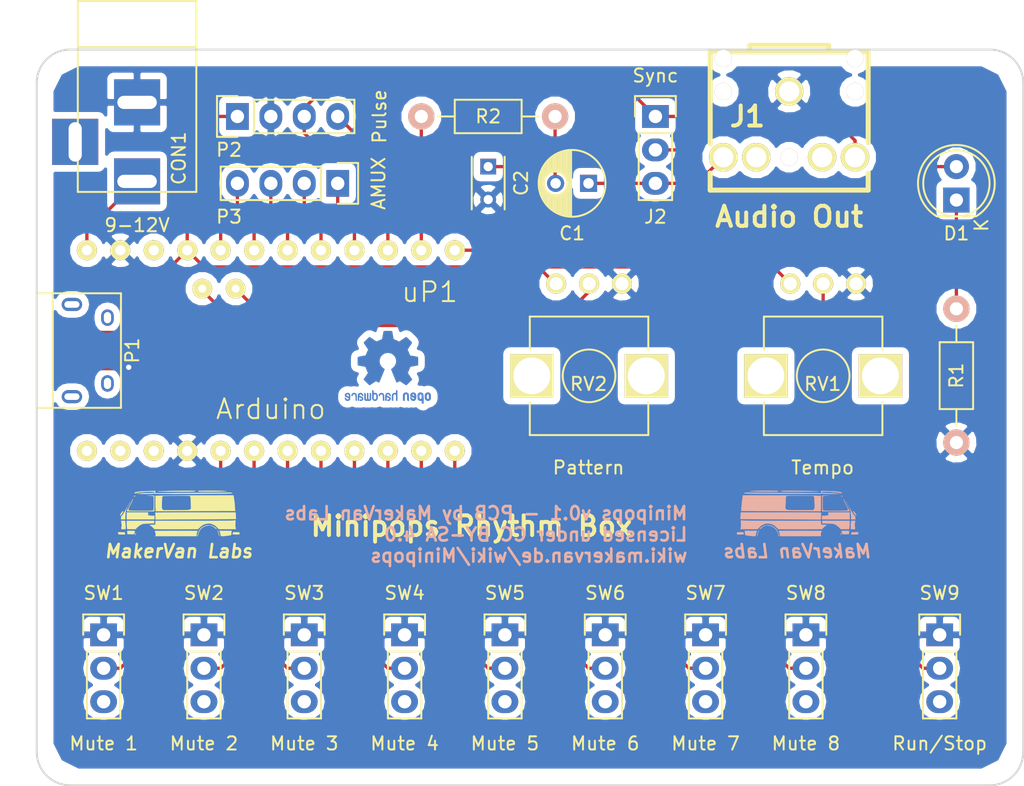
<source format=kicad_pcb>
(kicad_pcb (version 4) (host pcbnew 4.0.5)
  (layers (0 F.Cu signal) (31 B.Cu signal) (34 B.Paste user) (35 F.Paste user) (36 B.SilkS user) (37 F.SilkS user) (38 B.Mask user) (39 F.Mask user) (44 Edge.Cuts user))
  (net 0 "")
  (net 1 "Net-(C1-Pad1)")
  (net 2 "Net-(C1-Pad2)")
  (net 3 GND)
  (net 4 "Net-(CON1-Pad1)")
  (net 5 "Net-(D1-Pad1)")
  (net 6 CLK)
  (net 7 "Net-(J1-Pad3)")
  (net 8 VCC)
  (net 9 "Net-(P1-Pad6)")
  (net 10 "Net-(P2-Pad4)")
  (net 11 "Net-(P3-Pad1)")
  (net 12 "Net-(P3-Pad2)")
  (net 13 "Net-(P3-Pad3)")
  (net 14 "Net-(P3-Pad4)")
  (net 15 "Net-(R2-Pad1)")
  (net 16 "Net-(RV1-Pad2)")
  (net 17 "Net-(RV2-Pad2)")
  (net 18 "Net-(SW1-Pad2)")
  (net 19 "Net-(SW2-Pad2)")
  (net 20 "Net-(SW3-Pad2)")
  (net 21 "Net-(SW4-Pad2)")
  (net 22 "Net-(SW5-Pad2)")
  (net 23 "Net-(SW6-Pad2)")
  (net 24 "Net-(SW7-Pad2)")
  (net 25 "Net-(SW8-Pad2)")
  (net 26 "Net-(SW9-Pad2)")
  (module added:LOGO (layer B.Cu) (at 172.085 93.98 180)
    (fp_text reference G*** hide)
    (fp_text value LOGO hide)
  )
  (module Capacitors_THT:C_Radial_D5_L6_P2.5 (layer F.Cu) (at 156.21 68.58 180)
    (fp_text reference C1 (at 1.25 -3.8 180) (layer F.SilkS))
    (fp_text value 10µ hide)
    (pad 1 thru_hole rect (at 0 0 180) (size 1.3 1.3) (drill 0.8) (layers *.Cu *.Mask) (net 1 "Net-(C1-Pad1)"))
    (pad 2 thru_hole circle (at 2.5 0 180) (size 1.3 1.3) (drill 0.8) (layers *.Cu *.Mask) (net 2 "Net-(C1-Pad2)"))
  )
  (module Capacitors_THT:C_Rect_L4_W2.5_P2.5 (layer F.Cu) (at 148.59 67.31 270)
    (fp_text reference C2 (at 1.25 -2.5 270) (layer F.SilkS))
    (fp_text value 100n hide)
    (pad 1 thru_hole rect (at 0 0 270) (size 1.2 1.2) (drill 0.7) (layers *.Cu *.Mask) (net 2 "Net-(C1-Pad2)"))
    (pad 2 thru_hole circle (at 2.5 0 270) (size 1.2 1.2) (drill 0.7) (layers *.Cu *.Mask) (net 3 GND))
  )
  (module Connectors:BARREL_JACK (layer F.Cu) (at 121.92 62.23 270)
    (fp_text reference CON1 (at 4.445 -3.175 450) (layer F.SilkS))
    (fp_text value 9-12V (at 9.525 0 360) (layer F.SilkS))
    (pad 1 thru_hole rect (at 6.20014 0 270) (size 3.50012 3.50012) (drill oval 1.00076 2.99974) (layers *.Cu *.Mask) (net 4 "Net-(CON1-Pad1)"))
    (pad 2 thru_hole rect (at 0.20066 0 270) (size 3.50012 3.50012) (drill oval 1.00076 2.99974) (layers *.Cu *.Mask) (net 3 GND))
    (pad 3 thru_hole rect (at 3.2004 4.699 270) (size 3.50012 3.50012) (drill oval 2.99974 1.00076) (layers *.Cu *.Mask))
  )
  (module LEDs:LED-5MM (layer F.Cu) (at 184.15 69.85 90)
    (fp_text reference D1 (at -2.54 0 180) (layer F.SilkS))
    (fp_text value LED hide)
    (fp_text user K (at -1.905 1.905 90) (layer F.SilkS))
    (pad 1 thru_hole rect (at 0 0 180) (size 2 1.9) (drill 1.00076) (layers *.Cu *.Mask) (net 5 "Net-(D1-Pad1)"))
    (pad 2 thru_hole circle (at 2.54 0 90) (size 1.9 1.9) (drill 1.00076) (layers *.Cu *.Mask) (net 6 CLK))
  )
  (module added:AudioJack3.5mm (layer F.Cu) (at 171.45 61.595 270)
    (fp_text reference J1 (at 1.905 3.175 360) (layer F.SilkS) (effects (font (thickness 0.3048))))
    (fp_text value "Audio Out" (at 9.525 0 360) (layer F.SilkS) (effects (font (thickness 0.3048))))
    (pad 1 thru_hole circle (at 0 0 270) (size 2.159 2.159) (drill 1.524) (layers *.Cu *.Mask F.SilkS) (net 3 GND))
    (pad 3 thru_hole circle (at 5.00126 -5.00126 270) (size 2.159 2.159) (drill 1.524) (layers *.Cu *.Mask F.SilkS) (net 7 "Net-(J1-Pad3)"))
    (pad 5 thru_hole circle (at 5.00126 -2.49936 270) (size 2.159 2.159) (drill 1.524) (layers *.Cu *.Mask F.SilkS))
    (pad 4 thru_hole circle (at 5.00126 2.49936 270) (size 2.159 2.159) (drill 1.524) (layers *.Cu *.Mask F.SilkS))
    (pad 2 thru_hole circle (at 5.00126 5.00126 270) (size 2.159 2.159) (drill 1.524) (layers *.Cu *.Mask F.SilkS) (net 1 "Net-(C1-Pad1)"))
    (pad "" thru_hole circle (at 5.00126 0 270) (size 1.30048 1.30048) (drill 1.30048) (layers *.Cu *.Mask F.SilkS))
    (pad "" thru_hole circle (at -2.49936 -5.00126 270) (size 1.30048 1.30048) (drill 1.30048) (layers *.Cu *.Mask F.SilkS))
    (pad "" thru_hole circle (at 0 -5.00126 270) (size 1.30048 1.30048) (drill 1.30048) (layers *.Cu *.Mask F.SilkS))
    (pad "" thru_hole circle (at -2.49936 5.00126 270) (size 1.30048 1.30048) (drill 1.30048) (layers *.Cu *.Mask F.SilkS))
    (pad "" thru_hole circle (at 0 5.00126 270) (size 1.30048 1.30048) (drill 1.30048) (layers *.Cu *.Mask F.SilkS))
  )
  (module Pin_Headers:Pin_Header_Straight_1x03 (layer F.Cu) (at 161.29 63.5)
    (fp_text reference J2 (at 0 7.62) (layer F.SilkS))
    (fp_text value Sync (at 0 -3.1) (layer F.SilkS))
    (pad 1 thru_hole rect (at 0 0) (size 2.032 1.7272) (drill 1.016) (layers *.Cu *.Mask) (net 6 CLK))
    (pad 2 thru_hole oval (at 0 2.54) (size 2.032 1.7272) (drill 1.016) (layers *.Cu *.Mask) (net 7 "Net-(J1-Pad3)"))
    (pad 3 thru_hole oval (at 0 5.08) (size 2.032 1.7272) (drill 1.016) (layers *.Cu *.Mask) (net 1 "Net-(C1-Pad1)"))
  )
  (module Connectors:USB_Micro-B (layer F.Cu) (at 118.11 81.28 270)
    (fp_text reference P1 (at 0 -3.45 270) (layer F.SilkS))
    (fp_text value "USB Power" hide)
    (pad 1 smd rect (at -1.3009 -1.56254) (size 1.35 0.4) (layers F.Cu F.Paste F.Mask) (net 8 VCC))
    (pad 2 smd rect (at -0.6509 -1.56254) (size 1.35 0.4) (layers F.Cu F.Paste F.Mask))
    (pad 3 smd rect (at -0.0009 -1.56254) (size 1.35 0.4) (layers F.Cu F.Paste F.Mask))
    (pad 4 smd rect (at 0.6491 -1.56254) (size 1.35 0.4) (layers F.Cu F.Paste F.Mask))
    (pad 5 smd rect (at 1.2991 -1.56254) (size 1.35 0.4) (layers F.Cu F.Paste F.Mask) (net 3 GND))
    (pad 6 thru_hole oval (at -2.5009 -1.56254) (size 0.95 1.25) (drill oval 0.55 0.85) (layers *.Cu *.Mask) (net 9 "Net-(P1-Pad6)"))
    (pad 6 thru_hole oval (at 2.4991 -1.56254) (size 0.95 1.25) (drill oval 0.55 0.85) (layers *.Cu *.Mask) (net 9 "Net-(P1-Pad6)"))
    (pad 6 thru_hole oval (at -3.5009 1.13746) (size 1.55 1) (drill oval 1.15 0.5) (layers *.Cu *.Mask) (net 9 "Net-(P1-Pad6)"))
    (pad 6 thru_hole oval (at 3.4991 1.13746) (size 1.55 1) (drill oval 1.15 0.5) (layers *.Cu *.Mask) (net 9 "Net-(P1-Pad6)"))
  )
  (module Pin_Headers:Pin_Header_Straight_1x04 (layer F.Cu) (at 129.54 63.5 90)
    (fp_text reference P2 (at -2.54 -0.635 180) (layer F.SilkS))
    (fp_text value Pulse (at 0 10.795 90) (layer F.SilkS))
    (pad 1 thru_hole rect (at 0 0 90) (size 2.032 1.7272) (drill 1.016) (layers *.Cu *.Mask) (net 8 VCC))
    (pad 2 thru_hole oval (at 0 2.54 90) (size 2.032 1.7272) (drill 1.016) (layers *.Cu *.Mask) (net 3 GND))
    (pad 3 thru_hole oval (at 0 5.08 90) (size 2.032 1.7272) (drill 1.016) (layers *.Cu *.Mask) (net 6 CLK))
    (pad 4 thru_hole oval (at 0 7.62 90) (size 2.032 1.7272) (drill 1.016) (layers *.Cu *.Mask) (net 10 "Net-(P2-Pad4)"))
  )
  (module Pin_Headers:Pin_Header_Straight_1x04 (layer F.Cu) (at 137.16 68.58 270)
    (fp_text reference P3 (at 2.54 8.255 360) (layer F.SilkS))
    (fp_text value AMUX (at 0 -3.1 270) (layer F.SilkS))
    (pad 1 thru_hole rect (at 0 0 270) (size 2.032 1.7272) (drill 1.016) (layers *.Cu *.Mask) (net 11 "Net-(P3-Pad1)"))
    (pad 2 thru_hole oval (at 0 2.54 270) (size 2.032 1.7272) (drill 1.016) (layers *.Cu *.Mask) (net 12 "Net-(P3-Pad2)"))
    (pad 3 thru_hole oval (at 0 5.08 270) (size 2.032 1.7272) (drill 1.016) (layers *.Cu *.Mask) (net 13 "Net-(P3-Pad3)"))
    (pad 4 thru_hole oval (at 0 7.62 270) (size 2.032 1.7272) (drill 1.016) (layers *.Cu *.Mask) (net 14 "Net-(P3-Pad4)"))
  )
  (module Resistors_THT:Resistor_Horizontal_RM10mm (layer F.Cu) (at 184.15 78.105 270)
    (fp_text reference R1 (at 5.08 0 270) (layer F.SilkS))
    (fp_text value 1k hide)
    (pad 1 thru_hole circle (at 0 0 270) (size 1.99898 1.99898) (drill 1.00076) (layers *.Cu *.SilkS *.Mask) (net 5 "Net-(D1-Pad1)"))
    (pad 2 thru_hole circle (at 10.16 0 270) (size 1.99898 1.99898) (drill 1.00076) (layers *.Cu *.SilkS *.Mask) (net 3 GND))
  )
  (module Resistors_THT:Resistor_Horizontal_RM10mm (layer F.Cu) (at 143.51 63.5)
    (fp_text reference R2 (at 5.08 0) (layer F.SilkS))
    (fp_text value 1k hide)
    (pad 1 thru_hole circle (at 0 0) (size 1.99898 1.99898) (drill 1.00076) (layers *.Cu *.SilkS *.Mask) (net 15 "Net-(R2-Pad1)"))
    (pad 2 thru_hole circle (at 10.16 0) (size 1.99898 1.99898) (drill 1.00076) (layers *.Cu *.SilkS *.Mask) (net 2 "Net-(C1-Pad2)"))
  )
  (module added:Potentiometer_Alpha-RV09 (layer F.Cu) (at 176.53 76.2 270)
    (fp_text reference RV1 (at 7.62 2.54 540) (layer F.SilkS))
    (fp_text value Tempo (at 13.97 2.54 360) (layer F.SilkS))
    (pad 1 thru_hole circle (at 0 0 180) (size 1.524 1.524) (drill 1) (layers *.Cu *.Mask F.SilkS) (net 3 GND))
    (pad 2 thru_hole circle (at 0 2.5 180) (size 1.524 1.524) (drill 1) (layers *.Cu *.Mask F.SilkS) (net 16 "Net-(RV1-Pad2)"))
    (pad 3 thru_hole circle (at 0 5 180) (size 1.524 1.524) (drill 1) (layers *.Cu *.Mask F.SilkS) (net 8 VCC))
    (pad 4 thru_hole rect (at 7 -1.85 180) (size 3.3 3.3) (drill 2.8) (layers *.Cu *.Mask F.SilkS))
    (pad 5 thru_hole rect (at 7 6.85 180) (size 3.3 3.3) (drill 2.8) (layers *.Cu *.Mask F.SilkS))
  )
  (module added:Potentiometer_Alpha-RV09 (layer F.Cu) (at 158.75 76.2 270)
    (fp_text reference RV2 (at 7.62 2.54 540) (layer F.SilkS))
    (fp_text value Pattern (at 13.97 2.54 360) (layer F.SilkS))
    (pad 1 thru_hole circle (at 0 0 180) (size 1.524 1.524) (drill 1) (layers *.Cu *.Mask F.SilkS) (net 3 GND))
    (pad 2 thru_hole circle (at 0 2.5 180) (size 1.524 1.524) (drill 1) (layers *.Cu *.Mask F.SilkS) (net 17 "Net-(RV2-Pad2)"))
    (pad 3 thru_hole circle (at 0 5 180) (size 1.524 1.524) (drill 1) (layers *.Cu *.Mask F.SilkS) (net 8 VCC))
    (pad 4 thru_hole rect (at 7 -1.85 180) (size 3.3 3.3) (drill 2.8) (layers *.Cu *.Mask F.SilkS))
    (pad 5 thru_hole rect (at 7 6.85 180) (size 3.3 3.3) (drill 2.8) (layers *.Cu *.Mask F.SilkS))
  )
  (module Pin_Headers:Pin_Header_Straight_1x03 (layer F.Cu) (at 119.38 102.87)
    (fp_text reference SW1 (at 0 -3.175) (layer F.SilkS))
    (fp_text value "Mute 1" (at 0 8.255) (layer F.SilkS))
    (pad 1 thru_hole rect (at 0 0) (size 2.032 1.7272) (drill 1.016) (layers *.Cu *.Mask) (net 3 GND))
    (pad 2 thru_hole oval (at 0 2.54) (size 2.032 1.7272) (drill 1.016) (layers *.Cu *.Mask) (net 18 "Net-(SW1-Pad2)"))
    (pad 3 thru_hole oval (at 0 5.08) (size 2.032 1.7272) (drill 1.016) (layers *.Cu *.Mask))
  )
  (module Pin_Headers:Pin_Header_Straight_1x03 (layer F.Cu) (at 127 102.87)
    (fp_text reference SW2 (at 0 -3.175) (layer F.SilkS))
    (fp_text value "Mute 2" (at 0 8.255) (layer F.SilkS))
    (pad 1 thru_hole rect (at 0 0) (size 2.032 1.7272) (drill 1.016) (layers *.Cu *.Mask) (net 3 GND))
    (pad 2 thru_hole oval (at 0 2.54) (size 2.032 1.7272) (drill 1.016) (layers *.Cu *.Mask) (net 19 "Net-(SW2-Pad2)"))
    (pad 3 thru_hole oval (at 0 5.08) (size 2.032 1.7272) (drill 1.016) (layers *.Cu *.Mask))
  )
  (module Pin_Headers:Pin_Header_Straight_1x03 (layer F.Cu) (at 134.62 102.87)
    (fp_text reference SW3 (at 0 -3.175) (layer F.SilkS))
    (fp_text value "Mute 3" (at 0 8.255) (layer F.SilkS))
    (pad 1 thru_hole rect (at 0 0) (size 2.032 1.7272) (drill 1.016) (layers *.Cu *.Mask) (net 3 GND))
    (pad 2 thru_hole oval (at 0 2.54) (size 2.032 1.7272) (drill 1.016) (layers *.Cu *.Mask) (net 20 "Net-(SW3-Pad2)"))
    (pad 3 thru_hole oval (at 0 5.08) (size 2.032 1.7272) (drill 1.016) (layers *.Cu *.Mask))
  )
  (module Pin_Headers:Pin_Header_Straight_1x03 (layer F.Cu) (at 142.24 102.87)
    (fp_text reference SW4 (at 0 -3.175) (layer F.SilkS))
    (fp_text value "Mute 4" (at 0 8.255) (layer F.SilkS))
    (pad 1 thru_hole rect (at 0 0) (size 2.032 1.7272) (drill 1.016) (layers *.Cu *.Mask) (net 3 GND))
    (pad 2 thru_hole oval (at 0 2.54) (size 2.032 1.7272) (drill 1.016) (layers *.Cu *.Mask) (net 21 "Net-(SW4-Pad2)"))
    (pad 3 thru_hole oval (at 0 5.08) (size 2.032 1.7272) (drill 1.016) (layers *.Cu *.Mask))
  )
  (module Pin_Headers:Pin_Header_Straight_1x03 (layer F.Cu) (at 149.86 102.87)
    (fp_text reference SW5 (at 0 -3.175) (layer F.SilkS))
    (fp_text value "Mute 5" (at 0 8.255) (layer F.SilkS))
    (pad 1 thru_hole rect (at 0 0) (size 2.032 1.7272) (drill 1.016) (layers *.Cu *.Mask) (net 3 GND))
    (pad 2 thru_hole oval (at 0 2.54) (size 2.032 1.7272) (drill 1.016) (layers *.Cu *.Mask) (net 22 "Net-(SW5-Pad2)"))
    (pad 3 thru_hole oval (at 0 5.08) (size 2.032 1.7272) (drill 1.016) (layers *.Cu *.Mask))
  )
  (module Pin_Headers:Pin_Header_Straight_1x03 (layer F.Cu) (at 157.48 102.87)
    (fp_text reference SW6 (at 0 -3.175) (layer F.SilkS))
    (fp_text value "Mute 6" (at 0 8.255) (layer F.SilkS))
    (pad 1 thru_hole rect (at 0 0) (size 2.032 1.7272) (drill 1.016) (layers *.Cu *.Mask) (net 3 GND))
    (pad 2 thru_hole oval (at 0 2.54) (size 2.032 1.7272) (drill 1.016) (layers *.Cu *.Mask) (net 23 "Net-(SW6-Pad2)"))
    (pad 3 thru_hole oval (at 0 5.08) (size 2.032 1.7272) (drill 1.016) (layers *.Cu *.Mask))
  )
  (module Pin_Headers:Pin_Header_Straight_1x03 (layer F.Cu) (at 165.1 102.87)
    (fp_text reference SW7 (at 0 -3.175) (layer F.SilkS))
    (fp_text value "Mute 7" (at 0 8.255) (layer F.SilkS))
    (pad 1 thru_hole rect (at 0 0) (size 2.032 1.7272) (drill 1.016) (layers *.Cu *.Mask) (net 3 GND))
    (pad 2 thru_hole oval (at 0 2.54) (size 2.032 1.7272) (drill 1.016) (layers *.Cu *.Mask) (net 24 "Net-(SW7-Pad2)"))
    (pad 3 thru_hole oval (at 0 5.08) (size 2.032 1.7272) (drill 1.016) (layers *.Cu *.Mask))
  )
  (module Pin_Headers:Pin_Header_Straight_1x03 (layer F.Cu) (at 172.72 102.87)
    (fp_text reference SW8 (at 0 -3.175) (layer F.SilkS))
    (fp_text value "Mute 8" (at 0 8.255) (layer F.SilkS))
    (pad 1 thru_hole rect (at 0 0) (size 2.032 1.7272) (drill 1.016) (layers *.Cu *.Mask) (net 3 GND))
    (pad 2 thru_hole oval (at 0 2.54) (size 2.032 1.7272) (drill 1.016) (layers *.Cu *.Mask) (net 25 "Net-(SW8-Pad2)"))
    (pad 3 thru_hole oval (at 0 5.08) (size 2.032 1.7272) (drill 1.016) (layers *.Cu *.Mask))
  )
  (module Pin_Headers:Pin_Header_Straight_1x03 (layer F.Cu) (at 182.88 102.87)
    (fp_text reference SW9 (at 0 -3.175) (layer F.SilkS))
    (fp_text value Run/Stop (at 0 8.255) (layer F.SilkS))
    (pad 1 thru_hole rect (at 0 0) (size 2.032 1.7272) (drill 1.016) (layers *.Cu *.Mask) (net 3 GND))
    (pad 2 thru_hole oval (at 0 2.54) (size 2.032 1.7272) (drill 1.016) (layers *.Cu *.Mask) (net 26 "Net-(SW9-Pad2)"))
    (pad 3 thru_hole oval (at 0 5.08) (size 2.032 1.7272) (drill 1.016) (layers *.Cu *.Mask))
  )
  (module ArduProMiniTKB:ArduProMini-6 (layer F.Cu) (at 111.76 91.44 90)
    (fp_text reference uP1 (at 14.605 32.385 180) (layer F.SilkS) (effects (font (size 1.5 1.5))))
    (fp_text value Arduino (at 5.715 20.32 180) (layer F.SilkS) (effects (font (size 1.5 1.5))))
    (pad 7 thru_hole circle (at 2.54 6.35 90) (size 1.524 1.524) (drill 0.762) (layers *.Cu *.Mask F.SilkS))
    (pad 8 thru_hole circle (at 2.54 8.89 90) (size 1.524 1.524) (drill 0.762) (layers *.Cu *.Mask F.SilkS))
    (pad 9 thru_hole circle (at 2.54 11.43 90) (size 1.524 1.524) (drill 0.762) (layers *.Cu *.Mask F.SilkS))
    (pad 10 thru_hole circle (at 2.54 13.97 90) (size 1.524 1.524) (drill 0.762) (layers *.Cu *.Mask F.SilkS) (net 3 GND))
    (pad 11 thru_hole circle (at 2.54 16.51 90) (size 1.524 1.524) (drill 0.762) (layers *.Cu *.Mask F.SilkS) (net 18 "Net-(SW1-Pad2)"))
    (pad 12 thru_hole circle (at 2.54 19.05 90) (size 1.524 1.524) (drill 0.762) (layers *.Cu *.Mask F.SilkS) (net 19 "Net-(SW2-Pad2)"))
    (pad 13 thru_hole circle (at 2.54 21.59 90) (size 1.524 1.524) (drill 0.762) (layers *.Cu *.Mask F.SilkS) (net 20 "Net-(SW3-Pad2)"))
    (pad 14 thru_hole circle (at 2.54 24.13 90) (size 1.524 1.524) (drill 0.762) (layers *.Cu *.Mask F.SilkS) (net 21 "Net-(SW4-Pad2)"))
    (pad 15 thru_hole circle (at 2.54 26.67 90) (size 1.524 1.524) (drill 0.762) (layers *.Cu *.Mask F.SilkS) (net 22 "Net-(SW5-Pad2)"))
    (pad 16 thru_hole circle (at 2.54 29.21 90) (size 1.524 1.524) (drill 0.762) (layers *.Cu *.Mask F.SilkS) (net 23 "Net-(SW6-Pad2)"))
    (pad 17 thru_hole circle (at 2.54 31.75 90) (size 1.524 1.524) (drill 0.762) (layers *.Cu *.Mask F.SilkS) (net 24 "Net-(SW7-Pad2)"))
    (pad 18 thru_hole circle (at 2.54 34.29 90) (size 1.524 1.524) (drill 0.762) (layers *.Cu *.Mask F.SilkS) (net 25 "Net-(SW8-Pad2)"))
    (pad 19 thru_hole circle (at 17.78 6.35 90) (size 1.524 1.524) (drill 0.762) (layers *.Cu *.Mask F.SilkS) (net 4 "Net-(CON1-Pad1)"))
    (pad 20 thru_hole circle (at 17.78 8.89 90) (size 1.524 1.524) (drill 0.762) (layers *.Cu *.Mask F.SilkS) (net 3 GND))
    (pad 21 thru_hole circle (at 17.78 11.43 90) (size 1.524 1.524) (drill 0.762) (layers *.Cu *.Mask F.SilkS))
    (pad 22 thru_hole circle (at 17.78 13.97 90) (size 1.524 1.524) (drill 0.762) (layers *.Cu *.Mask F.SilkS) (net 8 VCC))
    (pad 23 thru_hole circle (at 17.78 16.51 90) (size 1.524 1.524) (drill 0.762) (layers *.Cu *.Mask F.SilkS) (net 14 "Net-(P3-Pad4)"))
    (pad 24 thru_hole circle (at 17.78 19.05 90) (size 1.524 1.524) (drill 0.762) (layers *.Cu *.Mask F.SilkS) (net 13 "Net-(P3-Pad3)"))
    (pad 25 thru_hole circle (at 17.78 21.59 90) (size 1.524 1.524) (drill 0.762) (layers *.Cu *.Mask F.SilkS) (net 12 "Net-(P3-Pad2)"))
    (pad 26 thru_hole circle (at 17.78 24.13 90) (size 1.524 1.524) (drill 0.762) (layers *.Cu *.Mask F.SilkS) (net 11 "Net-(P3-Pad1)"))
    (pad 27 thru_hole circle (at 17.78 26.67 90) (size 1.524 1.524) (drill 0.762) (layers *.Cu *.Mask F.SilkS) (net 6 CLK))
    (pad 28 thru_hole circle (at 17.78 29.21 90) (size 1.524 1.524) (drill 0.762) (layers *.Cu *.Mask F.SilkS) (net 10 "Net-(P2-Pad4)"))
    (pad 29 thru_hole circle (at 17.78 31.75 90) (size 1.524 1.524) (drill 0.762) (layers *.Cu *.Mask F.SilkS) (net 15 "Net-(R2-Pad1)"))
    (pad 30 thru_hole circle (at 17.78 34.29 90) (size 1.524 1.524) (drill 0.762) (layers *.Cu *.Mask F.SilkS) (net 26 "Net-(SW9-Pad2)"))
    (pad 31 thru_hole circle (at 14.859 15.113 90) (size 1.5 1.5) (drill 0.6) (layers *.Cu *.Mask F.SilkS) (net 16 "Net-(RV1-Pad2)"))
    (pad 32 thru_hole circle (at 14.859 17.653 90) (size 1.5 1.5) (drill 0.6) (layers *.Cu *.Mask F.SilkS) (net 17 "Net-(RV2-Pad2)"))
  )
  (module added:LOGO (layer F.Cu) (at 125.095 93.98)
    (fp_text reference G*** hide)
    (fp_text value LOGO hide)
  )
  (module Symbols:OSHW-Logo2_7.3x6mm_Copper (layer B.Cu) (at 140.97 82.55 180)
    (fp_text reference REF*** hide)
    (fp_text value OSHW-Logo2_7.3x6mm_Copper hide)
    (fp_poly (pts (xy -2.400256 -1.919918) (xy -2.344799 -1.947568) (xy -2.295852 -1.99848) (xy -2.282371 -2.017338) (xy -2.267686 -2.042015) (xy -2.258158 -2.068816) (xy -2.252707 -2.104587) (xy -2.250253 -2.156169) (xy -2.249714 -2.224267) (xy -2.252148 -2.317588) (xy -2.260606 -2.387657) (xy -2.276826 -2.439931) (xy -2.302546 -2.479869) (xy -2.339503 -2.512929) (xy -2.342218 -2.514886) (xy -2.37864 -2.534908) (xy -2.422498 -2.544815) (xy -2.478276 -2.547257) (xy -2.568952 -2.547257) (xy -2.56899 -2.635283) (xy -2.569834 -2.684308) (xy -2.574976 -2.713065) (xy -2.588413 -2.730311) (xy -2.614142 -2.744808) (xy -2.620321 -2.747769) (xy -2.649236 -2.761648) (xy -2.671624 -2.770414) (xy -2.688271 -2.771171) (xy -2.699964 -2.761023) (xy -2.70749 -2.737073) (xy -2.711634 -2.696426) (xy -2.713185 -2.636186) (xy -2.712929 -2.553455) (xy -2.711651 -2.445339) (xy -2.711252 -2.413) (xy -2.709815 -2.301524) (xy -2.708528 -2.228603) (xy -2.569029 -2.228603) (xy -2.568245 -2.290499) (xy -2.56476 -2.330997) (xy -2.556876 -2.357708) (xy -2.542895 -2.378244) (xy -2.533403 -2.38826) (xy -2.494596 -2.417567) (xy -2.460237 -2.419952) (xy -2.424784 -2.39575) (xy -2.423886 -2.394857) (xy -2.409461 -2.376153) (xy -2.400687 -2.350732) (xy -2.396261 -2.311584) (xy -2.394882 -2.251697) (xy -2.394857 -2.23843) (xy -2.398188 -2.155901) (xy -2.409031 -2.098691) (xy -2.42866 -2.063766) (xy -2.45835 -2.048094) (xy -2.475509 -2.046514) (xy -2.516234 -2.053926) (xy -2.544168 -2.07833) (xy -2.560983 -2.12298) (xy -2.56835 -2.19113) (xy -2.569029 -2.228603) (xy -2.708528 -2.228603) (xy -2.708292 -2.215245) (xy -2.706323 -2.150333) (xy -2.70355 -2.102958) (xy -2.699612 -2.06929) (xy -2.694151 -2.045498) (xy -2.686808 -2.027753) (xy -2.677223 -2.012224) (xy -2.673113 -2.006381) (xy -2.618595 -1.951185) (xy -2.549664 -1.91989) (xy -2.469928 -1.911165) (xy -2.400256 -1.919918)) (layer B.Cu) (width 0.01))
    (fp_poly (pts (xy -1.283907 -1.92778) (xy -1.237328 -1.954723) (xy -1.204943 -1.981466) (xy -1.181258 -2.009484) (xy -1.164941 -2.043748) (xy -1.154661 -2.089227) (xy -1.149086 -2.150892) (xy -1.146884 -2.233711) (xy -1.146629 -2.293246) (xy -1.146629 -2.512391) (xy -1.208314 -2.540044) (xy -1.27 -2.567697) (xy -1.277257 -2.32767) (xy -1.280256 -2.238028) (xy -1.283402 -2.172962) (xy -1.287299 -2.128026) (xy -1.292553 -2.09877) (xy -1.299769 -2.080748) (xy -1.30955 -2.069511) (xy -1.312688 -2.067079) (xy -1.360239 -2.048083) (xy -1.408303 -2.0556) (xy -1.436914 -2.075543) (xy -1.448553 -2.089675) (xy -1.456609 -2.10822) (xy -1.461729 -2.136334) (xy -1.464559 -2.179173) (xy -1.465744 -2.241895) (xy -1.465943 -2.307261) (xy -1.465982 -2.389268) (xy -1.467386 -2.447316) (xy -1.472086 -2.486465) (xy -1.482013 -2.51178) (xy -1.499097 -2.528323) (xy -1.525268 -2.541156) (xy -1.560225 -2.554491) (xy -1.598404 -2.569007) (xy -1.593859 -2.311389) (xy -1.592029 -2.218519) (xy -1.589888 -2.149889) (xy -1.586819 -2.100711) (xy -1.582206 -2.066198) (xy -1.575432 -2.041562) (xy -1.565881 -2.022016) (xy -1.554366 -2.00477) (xy -1.49881 -1.94968) (xy -1.43102 -1.917822) (xy -1.357287 -1.910191) (xy -1.283907 -1.92778)) (layer B.Cu) (width 0.01))
    (fp_poly (pts (xy -2.958885 -1.921962) (xy -2.890855 -1.957733) (xy -2.840649 -2.015301) (xy -2.822815 -2.052312) (xy -2.808937 -2.107882) (xy -2.801833 -2.178096) (xy -2.80116 -2.254727) (xy -2.806573 -2.329552) (xy -2.81773 -2.394342) (xy -2.834286 -2.440873) (xy -2.839374 -2.448887) (xy -2.899645 -2.508707) (xy -2.971231 -2.544535) (xy -3.048908 -2.55502) (xy -3.127452 -2.53881) (xy -3.149311 -2.529092) (xy -3.191878 -2.499143) (xy -3.229237 -2.459433) (xy -3.232768 -2.454397) (xy -3.247119 -2.430124) (xy -3.256606 -2.404178) (xy -3.26221 -2.370022) (xy -3.264914 -2.321119) (xy -3.265701 -2.250935) (xy -3.265714 -2.2352) (xy -3.265678 -2.230192) (xy -3.120571 -2.230192) (xy -3.119727 -2.29643) (xy -3.116404 -2.340386) (xy -3.109417 -2.368779) (xy -3.097584 -2.388325) (xy -3.091543 -2.394857) (xy -3.056814 -2.41968) (xy -3.023097 -2.418548) (xy -2.989005 -2.397016) (xy -2.968671 -2.374029) (xy -2.956629 -2.340478) (xy -2.949866 -2.287569) (xy -2.949402 -2.281399) (xy -2.948248 -2.185513) (xy -2.960312 -2.114299) (xy -2.98543 -2.068194) (xy -3.02344 -2.047635) (xy -3.037008 -2.046514) (xy -3.072636 -2.052152) (xy -3.097006 -2.071686) (xy -3.111907 -2.109042) (xy -3.119125 -2.16815) (xy -3.120571 -2.230192) (xy -3.265678 -2.230192) (xy -3.265174 -2.160413) (xy -3.262904 -2.108159) (xy -3.257932 -2.071949) (xy -3.249287 -2.045299) (xy -3.235995 -2.021722) (xy -3.233057 -2.017338) (xy -3.183687 -1.958249) (xy -3.129891 -1.923947) (xy -3.064398 -1.910331) (xy -3.042158 -1.909665) (xy -2.958885 -1.921962)) (layer B.Cu) (width 0.01))
    (fp_poly (pts (xy -1.831697 -1.931239) (xy -1.774473 -1.969735) (xy -1.730251 -2.025335) (xy -1.703833 -2.096086) (xy -1.69849 -2.148162) (xy -1.699097 -2.169893) (xy -1.704178 -2.186531) (xy -1.718145 -2.201437) (xy -1.745411 -2.217973) (xy -1.790388 -2.239498) (xy -1.857489 -2.269374) (xy -1.857829 -2.269524) (xy -1.919593 -2.297813) (xy -1.970241 -2.322933) (xy -2.004596 -2.342179) (xy -2.017482 -2.352848) (xy -2.017486 -2.352934) (xy -2.006128 -2.376166) (xy -1.979569 -2.401774) (xy -1.949077 -2.420221) (xy -1.93363 -2.423886) (xy -1.891485 -2.411212) (xy -1.855192 -2.379471) (xy -1.837483 -2.344572) (xy -1.820448 -2.318845) (xy -1.787078 -2.289546) (xy -1.747851 -2.264235) (xy -1.713244 -2.250471) (xy -1.706007 -2.249714) (xy -1.697861 -2.26216) (xy -1.69737 -2.293972) (xy -1.703357 -2.336866) (xy -1.714643 -2.382558) (xy -1.73005 -2.422761) (xy -1.730829 -2.424322) (xy -1.777196 -2.489062) (xy -1.837289 -2.533097) (xy -1.905535 -2.554711) (xy -1.976362 -2.552185) (xy -2.044196 -2.523804) (xy -2.047212 -2.521808) (xy -2.100573 -2.473448) (xy -2.13566 -2.410352) (xy -2.155078 -2.327387) (xy -2.157684 -2.304078) (xy -2.162299 -2.194055) (xy -2.156767 -2.142748) (xy -2.017486 -2.142748) (xy -2.015676 -2.174753) (xy -2.005778 -2.184093) (xy -1.981102 -2.177105) (xy -1.942205 -2.160587) (xy -1.898725 -2.139881) (xy -1.897644 -2.139333) (xy -1.860791 -2.119949) (xy -1.846 -2.107013) (xy -1.849647 -2.093451) (xy -1.865005 -2.075632) (xy -1.904077 -2.049845) (xy -1.946154 -2.04795) (xy -1.983897 -2.066717) (xy -2.009966 -2.102915) (xy -2.017486 -2.142748) (xy -2.156767 -2.142748) (xy -2.152806 -2.106027) (xy -2.12845 -2.036212) (xy -2.094544 -1.987302) (xy -2.033347 -1.937878) (xy -1.965937 -1.913359) (xy -1.89712 -1.911797) (xy -1.831697 -1.931239)) (layer B.Cu) (width 0.01))
    (fp_poly (pts (xy -0.624114 -1.851289) (xy -0.619861 -1.910613) (xy -0.614975 -1.945572) (xy -0.608205 -1.96082) (xy -0.598298 -1.961015) (xy -0.595086 -1.959195) (xy -0.552356 -1.946015) (xy -0.496773 -1.946785) (xy -0.440263 -1.960333) (xy -0.404918 -1.977861) (xy -0.368679 -2.005861) (xy -0.342187 -2.037549) (xy -0.324001 -2.077813) (xy -0.312678 -2.131543) (xy -0.306778 -2.203626) (xy -0.304857 -2.298951) (xy -0.304823 -2.317237) (xy -0.3048 -2.522646) (xy -0.350509 -2.53858) (xy -0.382973 -2.54942) (xy -0.400785 -2.554468) (xy -0.401309 -2.554514) (xy -0.403063 -2.540828) (xy -0.404556 -2.503076) (xy -0.405674 -2.446224) (xy -0.406303 -2.375234) (xy -0.4064 -2.332073) (xy -0.406602 -2.246973) (xy -0.407642 -2.185981) (xy -0.410169 -2.144177) (xy -0.414836 -2.116642) (xy -0.422293 -2.098456) (xy -0.433189 -2.084698) (xy -0.439993 -2.078073) (xy -0.486728 -2.051375) (xy -0.537728 -2.049375) (xy -0.583999 -2.071955) (xy -0.592556 -2.080107) (xy -0.605107 -2.095436) (xy -0.613812 -2.113618) (xy -0.619369 -2.139909) (xy -0.622474 -2.179562) (xy -0.623824 -2.237832) (xy -0.624114 -2.318173) (xy -0.624114 -2.522646) (xy -0.669823 -2.53858) (xy -0.702287 -2.54942) (xy -0.720099 -2.554468) (xy -0.720623 -2.554514) (xy -0.721963 -2.540623) (xy -0.723172 -2.501439) (xy -0.724199 -2.4407) (xy -0.724998 -2.362141) (xy -0.725519 -2.269498) (xy -0.725714 -2.166509) (xy -0.725714 -1.769342) (xy -0.678543 -1.749444) (xy -0.631371 -1.729547) (xy -0.624114 -1.851289)) (layer B.Cu) (width 0.01))
    (fp_poly (pts (xy 0.039744 -1.950968) (xy 0.096616 -1.972087) (xy 0.097267 -1.972493) (xy 0.13244 -1.99838) (xy 0.158407 -2.028633) (xy 0.17667 -2.068058) (xy 0.188732 -2.121462) (xy 0.196096 -2.193651) (xy 0.200264 -2.289432) (xy 0.200629 -2.303078) (xy 0.205876 -2.508842) (xy 0.161716 -2.531678) (xy 0.129763 -2.54711) (xy 0.11047 -2.554423) (xy 0.109578 -2.554514) (xy 0.106239 -2.541022) (xy 0.103587 -2.504626) (xy 0.101956 -2.451452) (xy 0.1016 -2.408393) (xy 0.101592 -2.338641) (xy 0.098403 -2.294837) (xy 0.087288 -2.273944) (xy 0.063501 -2.272925) (xy 0.022296 -2.288741) (xy -0.039914 -2.317815) (xy -0.085659 -2.341963) (xy -0.109187 -2.362913) (xy -0.116104 -2.385747) (xy -0.116114 -2.386877) (xy -0.104701 -2.426212) (xy -0.070908 -2.447462) (xy -0.019191 -2.450539) (xy 0.018061 -2.450006) (xy 0.037703 -2.460735) (xy 0.049952 -2.486505) (xy 0.057002 -2.519337) (xy 0.046842 -2.537966) (xy 0.043017 -2.540632) (xy 0.007001 -2.55134) (xy -0.043434 -2.552856) (xy -0.095374 -2.545759) (xy -0.132178 -2.532788) (xy -0.183062 -2.489585) (xy -0.211986 -2.429446) (xy -0.217714 -2.382462) (xy -0.213343 -2.340082) (xy -0.197525 -2.305488) (xy -0.166203 -2.274763) (xy -0.115322 -2.24399) (xy -0.040824 -2.209252) (xy -0.036286 -2.207288) (xy 0.030821 -2.176287) (xy 0.072232 -2.150862) (xy 0.089981 -2.128014) (xy 0.086107 -2.104745) (xy 0.062643 -2.078056) (xy 0.055627 -2.071914) (xy 0.00863 -2.0481) (xy -0.040067 -2.049103) (xy -0.082478 -2.072451) (xy -0.110616 -2.115675) (xy -0.113231 -2.12416) (xy -0.138692 -2.165308) (xy -0.170999 -2.185128) (xy -0.217714 -2.20477) (xy -0.217714 -2.15395) (xy -0.203504 -2.080082) (xy -0.161325 -2.012327) (xy -0.139376 -1.989661) (xy -0.089483 -1.960569) (xy -0.026033 -1.9474) (xy 0.039744 -1.950968)) (layer B.Cu) (width 0.01))
    (fp_poly (pts (xy 0.529926 -1.949755) (xy 0.595858 -1.974084) (xy 0.649273 -2.017117) (xy 0.670164 -2.047409) (xy 0.692939 -2.102994) (xy 0.692466 -2.143186) (xy 0.668562 -2.170217) (xy 0.659717 -2.174813) (xy 0.62153 -2.189144) (xy 0.602028 -2.185472) (xy 0.595422 -2.161407) (xy 0.595086 -2.148114) (xy 0.582992 -2.09921) (xy 0.551471 -2.064999) (xy 0.507659 -2.048476) (xy 0.458695 -2.052634) (xy 0.418894 -2.074227) (xy 0.40545 -2.086544) (xy 0.395921 -2.101487) (xy 0.389485 -2.124075) (xy 0.385317 -2.159328) (xy 0.382597 -2.212266) (xy 0.380502 -2.287907) (xy 0.37996 -2.311857) (xy 0.377981 -2.39379) (xy 0.375731 -2.451455) (xy 0.372357 -2.489608) (xy 0.367006 -2.513004) (xy 0.358824 -2.526398) (xy 0.346959 -2.534545) (xy 0.339362 -2.538144) (xy 0.307102 -2.550452) (xy 0.288111 -2.554514) (xy 0.281836 -2.540948) (xy 0.278006 -2.499934) (xy 0.2766 -2.430999) (xy 0.277598 -2.333669) (xy 0.277908 -2.318657) (xy 0.280101 -2.229859) (xy 0.282693 -2.165019) (xy 0.286382 -2.119067) (xy 0.291864 -2.086935) (xy 0.299835 -2.063553) (xy 0.310993 -2.043852) (xy 0.31683 -2.03541) (xy 0.350296 -1.998057) (xy 0.387727 -1.969003) (xy 0.392309 -1.966467) (xy 0.459426 -1.946443) (xy 0.529926 -1.949755)) (layer B.Cu) (width 0.01))
    (fp_poly (pts (xy 1.190117 -2.065358) (xy 1.189933 -2.173837) (xy 1.189219 -2.257287) (xy 1.187675 -2.319704) (xy 1.185001 -2.365085) (xy 1.180894 -2.397429) (xy 1.175055 -2.420733) (xy 1.167182 -2.438995) (xy 1.161221 -2.449418) (xy 1.111855 -2.505945) (xy 1.049264 -2.541377) (xy 0.980013 -2.55409) (xy 0.910668 -2.542463) (xy 0.869375 -2.521568) (xy 0.826025 -2.485422) (xy 0.796481 -2.441276) (xy 0.778655 -2.383462) (xy 0.770463 -2.306313) (xy 0.769302 -2.249714) (xy 0.769458 -2.245647) (xy 0.870857 -2.245647) (xy 0.871476 -2.31055) (xy 0.874314 -2.353514) (xy 0.88084 -2.381622) (xy 0.892523 -2.401953) (xy 0.906483 -2.417288) (xy 0.953365 -2.44689) (xy 1.003701 -2.449419) (xy 1.051276 -2.424705) (xy 1.054979 -2.421356) (xy 1.070783 -2.403935) (xy 1.080693 -2.383209) (xy 1.086058 -2.352362) (xy 1.088228 -2.304577) (xy 1.088571 -2.251748) (xy 1.087827 -2.185381) (xy 1.084748 -2.141106) (xy 1.078061 -2.112009) (xy 1.066496 -2.091173) (xy 1.057013 -2.080107) (xy 1.01296 -2.052198) (xy 0.962224 -2.048843) (xy 0.913796 -2.070159) (xy 0.90445 -2.078073) (xy 0.88854 -2.095647) (xy 0.87861 -2.116587) (xy 0.873278 -2.147782) (xy 0.871163 -2.196122) (xy 0.870857 -2.245647) (xy 0.769458 -2.245647) (xy 0.77281 -2.158568) (xy 0.784726 -2.090086) (xy 0.807135 -2.0386) (xy 0.842124 -1.998443) (xy 0.869375 -1.977861) (xy 0.918907 -1.955625) (xy 0.976316 -1.945304) (xy 1.029682 -1.948067) (xy 1.059543 -1.959212) (xy 1.071261 -1.962383) (xy 1.079037 -1.950557) (xy 1.084465 -1.918866) (xy 1.088571 -1.870593) (xy 1.093067 -1.816829) (xy 1.099313 -1.784482) (xy 1.110676 -1.765985) (xy 1.130528 -1.75377) (xy 1.143 -1.748362) (xy 1.190171 -1.728601) (xy 1.190117 -2.065358)) (layer B.Cu) (width 0.01))
    (fp_poly (pts (xy 1.779833 -1.958663) (xy 1.782048 -1.99685) (xy 1.783784 -2.054886) (xy 1.784899 -2.12818) (xy 1.785257 -2.205055) (xy 1.785257 -2.465196) (xy 1.739326 -2.511127) (xy 1.707675 -2.539429) (xy 1.67989 -2.550893) (xy 1.641915 -2.550168) (xy 1.62684 -2.548321) (xy 1.579726 -2.542948) (xy 1.540756 -2.539869) (xy 1.531257 -2.539585) (xy 1.499233 -2.541445) (xy 1.453432 -2.546114) (xy 1.435674 -2.548321) (xy 1.392057 -2.551735) (xy 1.362745 -2.54432) (xy 1.33368 -2.521427) (xy 1.323188 -2.511127) (xy 1.277257 -2.465196) (xy 1.277257 -1.978602) (xy 1.314226 -1.961758) (xy 1.346059 -1.949282) (xy 1.364683 -1.944914) (xy 1.369458 -1.958718) (xy 1.373921 -1.997286) (xy 1.377775 -2.056356) (xy 1.380722 -2.131663) (xy 1.382143 -2.195286) (xy 1.386114 -2.445657) (xy 1.420759 -2.450556) (xy 1.452268 -2.447131) (xy 1.467708 -2.436041) (xy 1.472023 -2.415308) (xy 1.475708 -2.371145) (xy 1.478469 -2.309146) (xy 1.480012 -2.234909) (xy 1.480235 -2.196706) (xy 1.480457 -1.976783) (xy 1.526166 -1.960849) (xy 1.558518 -1.950015) (xy 1.576115 -1.944962) (xy 1.576623 -1.944914) (xy 1.578388 -1.958648) (xy 1.580329 -1.99673) (xy 1.582282 -2.054482) (xy 1.584084 -2.127227) (xy 1.585343 -2.195286) (xy 1.589314 -2.445657) (xy 1.6764 -2.445657) (xy 1.680396 -2.21724) (xy 1.684392 -1.988822) (xy 1.726847 -1.966868) (xy 1.758192 -1.951793) (xy 1.776744 -1.944951) (xy 1.777279 -1.944914) (xy 1.779833 -1.958663)) (layer B.Cu) (width 0.01))
    (fp_poly (pts (xy 2.144876 -1.956335) (xy 2.186667 -1.975344) (xy 2.219469 -1.998378) (xy 2.243503 -2.024133) (xy 2.260097 -2.057358) (xy 2.270577 -2.1028) (xy 2.276271 -2.165207) (xy 2.278507 -2.249327) (xy 2.278743 -2.304721) (xy 2.278743 -2.520826) (xy 2.241774 -2.53767) (xy 2.212656 -2.549981) (xy 2.198231 -2.554514) (xy 2.195472 -2.541025) (xy 2.193282 -2.504653) (xy 2.191942 -2.451542) (xy 2.191657 -2.409372) (xy 2.190434 -2.348447) (xy 2.187136 -2.300115) (xy 2.182321 -2.270518) (xy 2.178496 -2.264229) (xy 2.152783 -2.270652) (xy 2.112418 -2.287125) (xy 2.065679 -2.309458) (xy 2.020845 -2.333457) (xy 1.986193 -2.35493) (xy 1.970002 -2.369685) (xy 1.969938 -2.369845) (xy 1.97133 -2.397152) (xy 1.983818 -2.423219) (xy 2.005743 -2.444392) (xy 2.037743 -2.451474) (xy 2.065092 -2.450649) (xy 2.103826 -2.450042) (xy 2.124158 -2.459116) (xy 2.136369 -2.483092) (xy 2.137909 -2.487613) (xy 2.143203 -2.521806) (xy 2.129047 -2.542568) (xy 2.092148 -2.552462) (xy 2.052289 -2.554292) (xy 1.980562 -2.540727) (xy 1.943432 -2.521355) (xy 1.897576 -2.475845) (xy 1.873256 -2.419983) (xy 1.871073 -2.360957) (xy 1.891629 -2.305953) (xy 1.922549 -2.271486) (xy 1.95342 -2.252189) (xy 2.001942 -2.227759) (xy 2.058485 -2.202985) (xy 2.06791 -2.199199) (xy 2.130019 -2.171791) (xy 2.165822 -2.147634) (xy 2.177337 -2.123619) (xy 2.16658 -2.096635) (xy 2.148114 -2.075543) (xy 2.104469 -2.049572) (xy 2.056446 -2.047624) (xy 2.012406 -2.067637) (xy 1.980709 -2.107551) (xy 1.976549 -2.117848) (xy 1.952327 -2.155724) (xy 1.916965 -2.183842) (xy 1.872343 -2.206917) (xy 1.872343 -2.141485) (xy 1.874969 -2.101506) (xy 1.88623 -2.069997) (xy 1.911199 -2.036378) (xy 1.935169 -2.010484) (xy 1.972441 -1.973817) (xy 2.001401 -1.954121) (xy 2.032505 -1.94622) (xy 2.067713 -1.944914) (xy 2.144876 -1.956335)) (layer B.Cu) (width 0.01))
    (fp_poly (pts (xy 2.6526 -1.958752) (xy 2.669948 -1.966334) (xy 2.711356 -1.999128) (xy 2.746765 -2.046547) (xy 2.768664 -2.097151) (xy 2.772229 -2.122098) (xy 2.760279 -2.156927) (xy 2.734067 -2.175357) (xy 2.705964 -2.186516) (xy 2.693095 -2.188572) (xy 2.686829 -2.173649) (xy 2.674456 -2.141175) (xy 2.669028 -2.126502) (xy 2.63859 -2.075744) (xy 2.59452 -2.050427) (xy 2.53801 -2.051206) (xy 2.533825 -2.052203) (xy 2.503655 -2.066507) (xy 2.481476 -2.094393) (xy 2.466327 -2.139287) (xy 2.45725 -2.204615) (xy 2.453286 -2.293804) (xy 2.452914 -2.341261) (xy 2.45273 -2.416071) (xy 2.451522 -2.467069) (xy 2.448309 -2.499471) (xy 2.442109 -2.518495) (xy 2.43194 -2.529356) (xy 2.416819 -2.537272) (xy 2.415946 -2.53767) (xy 2.386828 -2.549981) (xy 2.372403 -2.554514) (xy 2.370186 -2.540809) (xy 2.368289 -2.502925) (xy 2.366847 -2.445715) (xy 2.365998 -2.374027) (xy 2.365829 -2.321565) (xy 2.366692 -2.220047) (xy 2.37007 -2.143032) (xy 2.377142 -2.086023) (xy 2.389088 -2.044526) (xy 2.40709 -2.014043) (xy 2.432327 -1.99008) (xy 2.457247 -1.973355) (xy 2.517171 -1.951097) (xy 2.586911 -1.946076) (xy 2.6526 -1.958752)) (layer B.Cu) (width 0.01))
    (fp_poly (pts (xy 3.153595 -1.966966) (xy 3.211021 -2.004497) (xy 3.238719 -2.038096) (xy 3.260662 -2.099064) (xy 3.262405 -2.147308) (xy 3.258457 -2.211816) (xy 3.109686 -2.276934) (xy 3.037349 -2.310202) (xy 2.990084 -2.336964) (xy 2.965507 -2.360144) (xy 2.961237 -2.382667) (xy 2.974889 -2.407455) (xy 2.989943 -2.423886) (xy 3.033746 -2.450235) (xy 3.081389 -2.452081) (xy 3.125145 -2.431546) (xy 3.157289 -2.390752) (xy 3.163038 -2.376347) (xy 3.190576 -2.331356) (xy 3.222258 -2.312182) (xy 3.265714 -2.295779) (xy 3.265714 -2.357966) (xy 3.261872 -2.400283) (xy 3.246823 -2.435969) (xy 3.21528 -2.476943) (xy 3.210592 -2.482267) (xy 3.175506 -2.51872) (xy 3.145347 -2.538283) (xy 3.107615 -2.547283) (xy 3.076335 -2.55023) (xy 3.020385 -2.550965) (xy 2.980555 -2.54166) (xy 2.955708 -2.527846) (xy 2.916656 -2.497467) (xy 2.889625 -2.464613) (xy 2.872517 -2.423294) (xy 2.863238 -2.367521) (xy 2.859693 -2.291305) (xy 2.85941 -2.252622) (xy 2.860372 -2.206247) (xy 2.948007 -2.206247) (xy 2.949023 -2.231126) (xy 2.951556 -2.2352) (xy 2.968274 -2.229665) (xy 3.004249 -2.215017) (xy 3.052331 -2.19419) (xy 3.062386 -2.189714) (xy 3.123152 -2.158814) (xy 3.156632 -2.131657) (xy 3.16399 -2.10622) (xy 3.146391 -2.080481) (xy 3.131856 -2.069109) (xy 3.07941 -2.046364) (xy 3.030322 -2.050122) (xy 2.989227 -2.077884) (xy 2.960758 -2.127152) (xy 2.951631 -2.166257) (xy 2.948007 -2.206247) (xy 2.860372 -2.206247) (xy 2.861285 -2.162249) (xy 2.868196 -2.095384) (xy 2.881884 -2.046695) (xy 2.904096 -2.010849) (xy 2.936574 -1.982513) (xy 2.950733 -1.973355) (xy 3.015053 -1.949507) (xy 3.085473 -1.948006) (xy 3.153595 -1.966966)) (layer B.Cu) (width 0.01))
    (fp_poly (pts (xy 0.10391 2.757652) (xy 0.182454 2.757222) (xy 0.239298 2.756058) (xy 0.278105 2.753793) (xy 0.302538 2.75006) (xy 0.316262 2.744494) (xy 0.32294 2.736727) (xy 0.326236 2.726395) (xy 0.326556 2.725057) (xy 0.331562 2.700921) (xy 0.340829 2.653299) (xy 0.353392 2.587259) (xy 0.368287 2.507872) (xy 0.384551 2.420204) (xy 0.385119 2.417125) (xy 0.40141 2.331211) (xy 0.416652 2.255304) (xy 0.429861 2.193955) (xy 0.440054 2.151718) (xy 0.446248 2.133145) (xy 0.446543 2.132816) (xy 0.464788 2.123747) (xy 0.502405 2.108633) (xy 0.551271 2.090738) (xy 0.551543 2.090642) (xy 0.613093 2.067507) (xy 0.685657 2.038035) (xy 0.754057 2.008403) (xy 0.757294 2.006938) (xy 0.868702 1.956374) (xy 1.115399 2.12484) (xy 1.191077 2.176197) (xy 1.259631 2.222111) (xy 1.317088 2.25997) (xy 1.359476 2.287163) (xy 1.382825 2.301079) (xy 1.385042 2.302111) (xy 1.40201 2.297516) (xy 1.433701 2.275345) (xy 1.481352 2.234553) (xy 1.546198 2.174095) (xy 1.612397 2.109773) (xy 1.676214 2.046388) (xy 1.733329 1.988549) (xy 1.780305 1.939825) (xy 1.813703 1.90379) (xy 1.830085 1.884016) (xy 1.830694 1.882998) (xy 1.832505 1.869428) (xy 1.825683 1.847267) (xy 1.80854 1.813522) (xy 1.779393 1.7652) (xy 1.736555 1.699308) (xy 1.679448 1.614483) (xy 1.628766 1.539823) (xy 1.583461 1.47286) (xy 1.54615 1.417484) (xy 1.519452 1.37758) (xy 1.505985 1.357038) (xy 1.505137 1.355644) (xy 1.506781 1.335962) (xy 1.519245 1.297707) (xy 1.540048 1.248111) (xy 1.547462 1.232272) (xy 1.579814 1.16171) (xy 1.614328 1.081647) (xy 1.642365 1.012371) (xy 1.662568 0.960955) (xy 1.678615 0.921881) (xy 1.687888 0.901459) (xy 1.689041 0.899886) (xy 1.706096 0.897279) (xy 1.746298 0.890137) (xy 1.804302 0.879477) (xy 1.874763 0.866315) (xy 1.952335 0.851667) (xy 2.031672 0.836551) (xy 2.107431 0.821982) (xy 2.174264 0.808978) (xy 2.226828 0.798555) (xy 2.259776 0.79173) (xy 2.267857 0.789801) (xy 2.276205 0.785038) (xy 2.282506 0.774282) (xy 2.287045 0.753902) (xy 2.290104 0.720266) (xy 2.291967 0.669745) (xy 2.292918 0.598708) (xy 2.29324 0.503524) (xy 2.293257 0.464508) (xy 2.293257 0.147201) (xy 2.217057 0.132161) (xy 2.174663 0.124005) (xy 2.1114 0.112101) (xy 2.034962 0.097884) (xy 1.953043 0.08279) (xy 1.9304 0.078645) (xy 1.854806 0.063947) (xy 1.788953 0.049495) (xy 1.738366 0.036625) (xy 1.708574 0.026678) (xy 1.703612 0.023713) (xy 1.691426 0.002717) (xy 1.673953 -0.037967) (xy 1.654577 -0.090322) (xy 1.650734 -0.1016) (xy 1.625339 -0.171523) (xy 1.593817 -0.250418) (xy 1.562969 -0.321266) (xy 1.562817 -0.321595) (xy 1.511447 -0.432733) (xy 1.680399 -0.681253) (xy 1.849352 -0.929772) (xy 1.632429 -1.147058) (xy 1.566819 -1.211726) (xy 1.506979 -1.268733) (xy 1.456267 -1.315033) (xy 1.418046 -1.347584) (xy 1.395675 -1.363343) (xy 1.392466 -1.364343) (xy 1.373626 -1.356469) (xy 1.33518 -1.334578) (xy 1.28133 -1.301267) (xy 1.216276 -1.259131) (xy 1.14594 -1.211943) (xy 1.074555 -1.16381) (xy 1.010908 -1.121928) (xy 0.959041 -1.088871) (xy 0.922995 -1.067218) (xy 0.906867 -1.059543) (xy 0.887189 -1.066037) (xy 0.849875 -1.08315) (xy 0.802621 -1.107326) (xy 0.797612 -1.110013) (xy 0.733977 -1.141927) (xy 0.690341 -1.157579) (xy 0.663202 -1.157745) (xy 0.649057 -1.143204) (xy 0.648975 -1.143) (xy 0.641905 -1.125779) (xy 0.625042 -1.084899) (xy 0.599695 -1.023525) (xy 0.567171 -0.944819) (xy 0.528778 -0.851947) (xy 0.485822 -0.748072) (xy 0.444222 -0.647502) (xy 0.398504 -0.536516) (xy 0.356526 -0.433703) (xy 0.319548 -0.342215) (xy 0.288827 -0.265201) (xy 0.265622 -0.205815) (xy 0.25119 -0.167209) (xy 0.246743 -0.1528) (xy 0.257896 -0.136272) (xy 0.287069 -0.10993) (xy 0.325971 -0.080887) (xy 0.436757 0.010961) (xy 0.523351 0.116241) (xy 0.584716 0.232734) (xy 0.619815 0.358224) (xy 0.627608 0.490493) (xy 0.621943 0.551543) (xy 0.591078 0.678205) (xy 0.53792 0.790059) (xy 0.465767 0.885999) (xy 0.377917 0.964924) (xy 0.277665 1.02573) (xy 0.16831 1.067313) (xy 0.053147 1.088572) (xy -0.064525 1.088401) (xy -0.18141 1.065699) (xy -0.294211 1.019362) (xy -0.399631 0.948287) (xy -0.443632 0.908089) (xy -0.528021 0.804871) (xy -0.586778 0.692075) (xy -0.620296 0.57299) (xy -0.628965 0.450905) (xy -0.613177 0.329107) (xy -0.573322 0.210884) (xy -0.509793 0.099525) (xy -0.422979 -0.001684) (xy -0.325971 -0.080887) (xy -0.285563 -0.111162) (xy -0.257018 -0.137219) (xy -0.246743 -0.152825) (xy -0.252123 -0.169843) (xy -0.267425 -0.2105) (xy -0.291388 -0.271642) (xy -0.322756 -0.350119) (xy -0.360268 -0.44278) (xy -0.402667 -0.546472) (xy -0.444337 -0.647526) (xy -0.49031 -0.758607) (xy -0.532893 -0.861541) (xy -0.570779 -0.953165) (xy -0.60266 -1.030316) (xy -0.627229 -1.089831) (xy -0.64318 -1.128544) (xy -0.64909 -1.143) (xy -0.663052 -1.157685) (xy -0.69006 -1.157642) (xy -0.733587 -1.142099) (xy -0.79711 -1.110284) (xy -0.797612 -1.110013) (xy -0.84544 -1.085323) (xy -0.884103 -1.067338) (xy -0.905905 -1.059614) (xy -0.906867 -1.059543) (xy -0.923279 -1.067378) (xy -0.959513 -1.089165) (xy -1.011526 -1.122328) (xy -1.075275 -1.164291) (xy -1.14594 -1.211943) (xy -1.217884 -1.260191) (xy -1.282726 -1.302151) (xy -1.336265 -1.335227) (xy -1.374303 -1.356821) (xy -1.392467 -1.364343) (xy -1.409192 -1.354457) (xy -1.44282 -1.326826) (xy -1.48999 -1.284495) (xy -1.547342 -1.230505) (xy -1.611516 -1.167899) (xy -1.632503 -1.146983) (xy -1.849501 -0.929623) (xy -1.684332 -0.68722) (xy -1.634136 -0.612781) (xy -1.590081 -0.545972) (xy -1.554638 -0.490665) (xy -1.530281 -0.450729) (xy -1.519478 -0.430036) (xy -1.519162 -0.428563) (xy -1.524857 -0.409058) (xy -1.540174 -0.369822) (xy -1.562463 -0.31743) (xy -1.578107 -0.282355) (xy -1.607359 -0.215201) (xy -1.634906 -0.147358) (xy -1.656263 -0.090034) (xy -1.662065 -0.072572) (xy -1.678548 -0.025938) (xy -1.69466 0.010095) (xy -1.70351 0.023713) (xy -1.72304 0.032048) (xy -1.765666 0.043863) (xy -1.825855 0.057819) (xy -1.898078 0.072578) (xy -1.9304 0.078645) (xy -2.012478 0.093727) (xy -2.091205 0.108331) (xy -2.158891 0.12102) (xy -2.20784 0.130358) (xy -2.217057 0.132161) (xy -2.293257 0.147201) (xy -2.293257 0.464508) (xy -2.293086 0.568846) (xy -2.292384 0.647787) (xy -2.290866 0.704962) (xy -2.288251 0.744001) (xy -2.284254 0.768535) (xy -2.278591 0.782195) (xy -2.27098 0.788611) (xy -2.267857 0.789801) (xy -2.249022 0.79402) (xy -2.207412 0.802438) (xy -2.14837 0.814039) (xy -2.077243 0.827805) (xy -1.999375 0.84272) (xy -1.920113 0.857768) (xy -1.844802 0.871931) (xy -1.778787 0.884194) (xy -1.727413 0.893539) (xy -1.696025 0.89895) (xy -1.689041 0.899886) (xy -1.682715 0.912404) (xy -1.66871 0.945754) (xy -1.649645 0.993623) (xy -1.642366 1.012371) (xy -1.613004 1.084805) (xy -1.578429 1.16483) (xy -1.547463 1.232272) (xy -1.524677 1.283841) (xy -1.509518 1.326215) (xy -1.504458 1.352166) (xy -1.505264 1.355644) (xy -1.515959 1.372064) (xy -1.54038 1.408583) (xy -1.575905 1.461313) (xy -1.619913 1.526365) (xy -1.669783 1.599849) (xy -1.679644 1.614355) (xy -1.737508 1.700296) (xy -1.780044 1.765739) (xy -1.808946 1.813696) (xy -1.82591 1.84718) (xy -1.832633 1.869205) (xy -1.83081 1.882783) (xy -1.830764 1.882869) (xy -1.816414 1.900703) (xy -1.784677 1.935183) (xy -1.73899 1.982732) (xy -1.682796 2.039778) (xy -1.619532 2.102745) (xy -1.612398 2.109773) (xy -1.53267 2.18698) (xy -1.471143 2.24367) (xy -1.426579 2.28089) (xy -1.397743 2.299685) (xy -1.385042 2.302111) (xy -1.366506 2.291529) (xy -1.328039 2.267084) (xy -1.273614 2.231388) (xy -1.207202 2.187053) (xy -1.132775 2.136689) (xy -1.115399 2.12484) (xy -0.868703 1.956374) (xy -0.757294 2.006938) (xy -0.689543 2.036405) (xy -0.616817 2.066041) (xy -0.554297 2.08967) (xy -0.551543 2.090642) (xy -0.50264 2.108543) (xy -0.464943 2.12368) (xy -0.446575 2.13279) (xy -0.446544 2.132816) (xy -0.440715 2.149283) (xy -0.430808 2.189781) (xy -0.417805 2.249758) (xy -0.402691 2.32466) (xy -0.386448 2.409936) (xy -0.385119 2.417125) (xy -0.368825 2.504986) (xy -0.353867 2.58474) (xy -0.341209 2.651319) (xy -0.331814 2.699653) (xy -0.326646 2.724675) (xy -0.326556 2.725057) (xy -0.323411 2.735701) (xy -0.317296 2.743738) (xy -0.304547 2.749533) (xy -0.2815 2.753453) (xy -0.244491 2.755865) (xy -0.189856 2.757135) (xy -0.113933 2.757629) (xy -0.013056 2.757714) (xy 0 2.757714) (xy 0.10391 2.757652)) (layer B.Cu) (width 0.01))
  )
  (module Symbols:OSHW-Logo2_7.3x6mm_Copper (layer F.Cu) (at 177.8 96.52)
    (fp_text reference REF*** hide)
    (fp_text value OSHW-Logo2_7.3x6mm_Copper hide)
    (fp_poly (pts (xy -2.400256 1.919918) (xy -2.344799 1.947568) (xy -2.295852 1.99848) (xy -2.282371 2.017338) (xy -2.267686 2.042015) (xy -2.258158 2.068816) (xy -2.252707 2.104587) (xy -2.250253 2.156169) (xy -2.249714 2.224267) (xy -2.252148 2.317588) (xy -2.260606 2.387657) (xy -2.276826 2.439931) (xy -2.302546 2.479869) (xy -2.339503 2.512929) (xy -2.342218 2.514886) (xy -2.37864 2.534908) (xy -2.422498 2.544815) (xy -2.478276 2.547257) (xy -2.568952 2.547257) (xy -2.56899 2.635283) (xy -2.569834 2.684308) (xy -2.574976 2.713065) (xy -2.588413 2.730311) (xy -2.614142 2.744808) (xy -2.620321 2.747769) (xy -2.649236 2.761648) (xy -2.671624 2.770414) (xy -2.688271 2.771171) (xy -2.699964 2.761023) (xy -2.70749 2.737073) (xy -2.711634 2.696426) (xy -2.713185 2.636186) (xy -2.712929 2.553455) (xy -2.711651 2.445339) (xy -2.711252 2.413) (xy -2.709815 2.301524) (xy -2.708528 2.228603) (xy -2.569029 2.228603) (xy -2.568245 2.290499) (xy -2.56476 2.330997) (xy -2.556876 2.357708) (xy -2.542895 2.378244) (xy -2.533403 2.38826) (xy -2.494596 2.417567) (xy -2.460237 2.419952) (xy -2.424784 2.39575) (xy -2.423886 2.394857) (xy -2.409461 2.376153) (xy -2.400687 2.350732) (xy -2.396261 2.311584) (xy -2.394882 2.251697) (xy -2.394857 2.23843) (xy -2.398188 2.155901) (xy -2.409031 2.098691) (xy -2.42866 2.063766) (xy -2.45835 2.048094) (xy -2.475509 2.046514) (xy -2.516234 2.053926) (xy -2.544168 2.07833) (xy -2.560983 2.12298) (xy -2.56835 2.19113) (xy -2.569029 2.228603) (xy -2.708528 2.228603) (xy -2.708292 2.215245) (xy -2.706323 2.150333) (xy -2.70355 2.102958) (xy -2.699612 2.06929) (xy -2.694151 2.045498) (xy -2.686808 2.027753) (xy -2.677223 2.012224) (xy -2.673113 2.006381) (xy -2.618595 1.951185) (xy -2.549664 1.91989) (xy -2.469928 1.911165) (xy -2.400256 1.919918)) (layer F.Cu) (width 0.01))
    (fp_poly (pts (xy -1.283907 1.92778) (xy -1.237328 1.954723) (xy -1.204943 1.981466) (xy -1.181258 2.009484) (xy -1.164941 2.043748) (xy -1.154661 2.089227) (xy -1.149086 2.150892) (xy -1.146884 2.233711) (xy -1.146629 2.293246) (xy -1.146629 2.512391) (xy -1.208314 2.540044) (xy -1.27 2.567697) (xy -1.277257 2.32767) (xy -1.280256 2.238028) (xy -1.283402 2.172962) (xy -1.287299 2.128026) (xy -1.292553 2.09877) (xy -1.299769 2.080748) (xy -1.30955 2.069511) (xy -1.312688 2.067079) (xy -1.360239 2.048083) (xy -1.408303 2.0556) (xy -1.436914 2.075543) (xy -1.448553 2.089675) (xy -1.456609 2.10822) (xy -1.461729 2.136334) (xy -1.464559 2.179173) (xy -1.465744 2.241895) (xy -1.465943 2.307261) (xy -1.465982 2.389268) (xy -1.467386 2.447316) (xy -1.472086 2.486465) (xy -1.482013 2.51178) (xy -1.499097 2.528323) (xy -1.525268 2.541156) (xy -1.560225 2.554491) (xy -1.598404 2.569007) (xy -1.593859 2.311389) (xy -1.592029 2.218519) (xy -1.589888 2.149889) (xy -1.586819 2.100711) (xy -1.582206 2.066198) (xy -1.575432 2.041562) (xy -1.565881 2.022016) (xy -1.554366 2.00477) (xy -1.49881 1.94968) (xy -1.43102 1.917822) (xy -1.357287 1.910191) (xy -1.283907 1.92778)) (layer F.Cu) (width 0.01))
    (fp_poly (pts (xy -2.958885 1.921962) (xy -2.890855 1.957733) (xy -2.840649 2.015301) (xy -2.822815 2.052312) (xy -2.808937 2.107882) (xy -2.801833 2.178096) (xy -2.80116 2.254727) (xy -2.806573 2.329552) (xy -2.81773 2.394342) (xy -2.834286 2.440873) (xy -2.839374 2.448887) (xy -2.899645 2.508707) (xy -2.971231 2.544535) (xy -3.048908 2.55502) (xy -3.127452 2.53881) (xy -3.149311 2.529092) (xy -3.191878 2.499143) (xy -3.229237 2.459433) (xy -3.232768 2.454397) (xy -3.247119 2.430124) (xy -3.256606 2.404178) (xy -3.26221 2.370022) (xy -3.264914 2.321119) (xy -3.265701 2.250935) (xy -3.265714 2.2352) (xy -3.265678 2.230192) (xy -3.120571 2.230192) (xy -3.119727 2.29643) (xy -3.116404 2.340386) (xy -3.109417 2.368779) (xy -3.097584 2.388325) (xy -3.091543 2.394857) (xy -3.056814 2.41968) (xy -3.023097 2.418548) (xy -2.989005 2.397016) (xy -2.968671 2.374029) (xy -2.956629 2.340478) (xy -2.949866 2.287569) (xy -2.949402 2.281399) (xy -2.948248 2.185513) (xy -2.960312 2.114299) (xy -2.98543 2.068194) (xy -3.02344 2.047635) (xy -3.037008 2.046514) (xy -3.072636 2.052152) (xy -3.097006 2.071686) (xy -3.111907 2.109042) (xy -3.119125 2.16815) (xy -3.120571 2.230192) (xy -3.265678 2.230192) (xy -3.265174 2.160413) (xy -3.262904 2.108159) (xy -3.257932 2.071949) (xy -3.249287 2.045299) (xy -3.235995 2.021722) (xy -3.233057 2.017338) (xy -3.183687 1.958249) (xy -3.129891 1.923947) (xy -3.064398 1.910331) (xy -3.042158 1.909665) (xy -2.958885 1.921962)) (layer F.Cu) (width 0.01))
    (fp_poly (pts (xy -1.831697 1.931239) (xy -1.774473 1.969735) (xy -1.730251 2.025335) (xy -1.703833 2.096086) (xy -1.69849 2.148162) (xy -1.699097 2.169893) (xy -1.704178 2.186531) (xy -1.718145 2.201437) (xy -1.745411 2.217973) (xy -1.790388 2.239498) (xy -1.857489 2.269374) (xy -1.857829 2.269524) (xy -1.919593 2.297813) (xy -1.970241 2.322933) (xy -2.004596 2.342179) (xy -2.017482 2.352848) (xy -2.017486 2.352934) (xy -2.006128 2.376166) (xy -1.979569 2.401774) (xy -1.949077 2.420221) (xy -1.93363 2.423886) (xy -1.891485 2.411212) (xy -1.855192 2.379471) (xy -1.837483 2.344572) (xy -1.820448 2.318845) (xy -1.787078 2.289546) (xy -1.747851 2.264235) (xy -1.713244 2.250471) (xy -1.706007 2.249714) (xy -1.697861 2.26216) (xy -1.69737 2.293972) (xy -1.703357 2.336866) (xy -1.714643 2.382558) (xy -1.73005 2.422761) (xy -1.730829 2.424322) (xy -1.777196 2.489062) (xy -1.837289 2.533097) (xy -1.905535 2.554711) (xy -1.976362 2.552185) (xy -2.044196 2.523804) (xy -2.047212 2.521808) (xy -2.100573 2.473448) (xy -2.13566 2.410352) (xy -2.155078 2.327387) (xy -2.157684 2.304078) (xy -2.162299 2.194055) (xy -2.156767 2.142748) (xy -2.017486 2.142748) (xy -2.015676 2.174753) (xy -2.005778 2.184093) (xy -1.981102 2.177105) (xy -1.942205 2.160587) (xy -1.898725 2.139881) (xy -1.897644 2.139333) (xy -1.860791 2.119949) (xy -1.846 2.107013) (xy -1.849647 2.093451) (xy -1.865005 2.075632) (xy -1.904077 2.049845) (xy -1.946154 2.04795) (xy -1.983897 2.066717) (xy -2.009966 2.102915) (xy -2.017486 2.142748) (xy -2.156767 2.142748) (xy -2.152806 2.106027) (xy -2.12845 2.036212) (xy -2.094544 1.987302) (xy -2.033347 1.937878) (xy -1.965937 1.913359) (xy -1.89712 1.911797) (xy -1.831697 1.931239)) (layer F.Cu) (width 0.01))
    (fp_poly (pts (xy -0.624114 1.851289) (xy -0.619861 1.910613) (xy -0.614975 1.945572) (xy -0.608205 1.96082) (xy -0.598298 1.961015) (xy -0.595086 1.959195) (xy -0.552356 1.946015) (xy -0.496773 1.946785) (xy -0.440263 1.960333) (xy -0.404918 1.977861) (xy -0.368679 2.005861) (xy -0.342187 2.037549) (xy -0.324001 2.077813) (xy -0.312678 2.131543) (xy -0.306778 2.203626) (xy -0.304857 2.298951) (xy -0.304823 2.317237) (xy -0.3048 2.522646) (xy -0.350509 2.53858) (xy -0.382973 2.54942) (xy -0.400785 2.554468) (xy -0.401309 2.554514) (xy -0.403063 2.540828) (xy -0.404556 2.503076) (xy -0.405674 2.446224) (xy -0.406303 2.375234) (xy -0.4064 2.332073) (xy -0.406602 2.246973) (xy -0.407642 2.185981) (xy -0.410169 2.144177) (xy -0.414836 2.116642) (xy -0.422293 2.098456) (xy -0.433189 2.084698) (xy -0.439993 2.078073) (xy -0.486728 2.051375) (xy -0.537728 2.049375) (xy -0.583999 2.071955) (xy -0.592556 2.080107) (xy -0.605107 2.095436) (xy -0.613812 2.113618) (xy -0.619369 2.139909) (xy -0.622474 2.179562) (xy -0.623824 2.237832) (xy -0.624114 2.318173) (xy -0.624114 2.522646) (xy -0.669823 2.53858) (xy -0.702287 2.54942) (xy -0.720099 2.554468) (xy -0.720623 2.554514) (xy -0.721963 2.540623) (xy -0.723172 2.501439) (xy -0.724199 2.4407) (xy -0.724998 2.362141) (xy -0.725519 2.269498) (xy -0.725714 2.166509) (xy -0.725714 1.769342) (xy -0.678543 1.749444) (xy -0.631371 1.729547) (xy -0.624114 1.851289)) (layer F.Cu) (width 0.01))
    (fp_poly (pts (xy 0.039744 1.950968) (xy 0.096616 1.972087) (xy 0.097267 1.972493) (xy 0.13244 1.99838) (xy 0.158407 2.028633) (xy 0.17667 2.068058) (xy 0.188732 2.121462) (xy 0.196096 2.193651) (xy 0.200264 2.289432) (xy 0.200629 2.303078) (xy 0.205876 2.508842) (xy 0.161716 2.531678) (xy 0.129763 2.54711) (xy 0.11047 2.554423) (xy 0.109578 2.554514) (xy 0.106239 2.541022) (xy 0.103587 2.504626) (xy 0.101956 2.451452) (xy 0.1016 2.408393) (xy 0.101592 2.338641) (xy 0.098403 2.294837) (xy 0.087288 2.273944) (xy 0.063501 2.272925) (xy 0.022296 2.288741) (xy -0.039914 2.317815) (xy -0.085659 2.341963) (xy -0.109187 2.362913) (xy -0.116104 2.385747) (xy -0.116114 2.386877) (xy -0.104701 2.426212) (xy -0.070908 2.447462) (xy -0.019191 2.450539) (xy 0.018061 2.450006) (xy 0.037703 2.460735) (xy 0.049952 2.486505) (xy 0.057002 2.519337) (xy 0.046842 2.537966) (xy 0.043017 2.540632) (xy 0.007001 2.55134) (xy -0.043434 2.552856) (xy -0.095374 2.545759) (xy -0.132178 2.532788) (xy -0.183062 2.489585) (xy -0.211986 2.429446) (xy -0.217714 2.382462) (xy -0.213343 2.340082) (xy -0.197525 2.305488) (xy -0.166203 2.274763) (xy -0.115322 2.24399) (xy -0.040824 2.209252) (xy -0.036286 2.207288) (xy 0.030821 2.176287) (xy 0.072232 2.150862) (xy 0.089981 2.128014) (xy 0.086107 2.104745) (xy 0.062643 2.078056) (xy 0.055627 2.071914) (xy 0.00863 2.0481) (xy -0.040067 2.049103) (xy -0.082478 2.072451) (xy -0.110616 2.115675) (xy -0.113231 2.12416) (xy -0.138692 2.165308) (xy -0.170999 2.185128) (xy -0.217714 2.20477) (xy -0.217714 2.15395) (xy -0.203504 2.080082) (xy -0.161325 2.012327) (xy -0.139376 1.989661) (xy -0.089483 1.960569) (xy -0.026033 1.9474) (xy 0.039744 1.950968)) (layer F.Cu) (width 0.01))
    (fp_poly (pts (xy 0.529926 1.949755) (xy 0.595858 1.974084) (xy 0.649273 2.017117) (xy 0.670164 2.047409) (xy 0.692939 2.102994) (xy 0.692466 2.143186) (xy 0.668562 2.170217) (xy 0.659717 2.174813) (xy 0.62153 2.189144) (xy 0.602028 2.185472) (xy 0.595422 2.161407) (xy 0.595086 2.148114) (xy 0.582992 2.09921) (xy 0.551471 2.064999) (xy 0.507659 2.048476) (xy 0.458695 2.052634) (xy 0.418894 2.074227) (xy 0.40545 2.086544) (xy 0.395921 2.101487) (xy 0.389485 2.124075) (xy 0.385317 2.159328) (xy 0.382597 2.212266) (xy 0.380502 2.287907) (xy 0.37996 2.311857) (xy 0.377981 2.39379) (xy 0.375731 2.451455) (xy 0.372357 2.489608) (xy 0.367006 2.513004) (xy 0.358824 2.526398) (xy 0.346959 2.534545) (xy 0.339362 2.538144) (xy 0.307102 2.550452) (xy 0.288111 2.554514) (xy 0.281836 2.540948) (xy 0.278006 2.499934) (xy 0.2766 2.430999) (xy 0.277598 2.333669) (xy 0.277908 2.318657) (xy 0.280101 2.229859) (xy 0.282693 2.165019) (xy 0.286382 2.119067) (xy 0.291864 2.086935) (xy 0.299835 2.063553) (xy 0.310993 2.043852) (xy 0.31683 2.03541) (xy 0.350296 1.998057) (xy 0.387727 1.969003) (xy 0.392309 1.966467) (xy 0.459426 1.946443) (xy 0.529926 1.949755)) (layer F.Cu) (width 0.01))
    (fp_poly (pts (xy 1.190117 2.065358) (xy 1.189933 2.173837) (xy 1.189219 2.257287) (xy 1.187675 2.319704) (xy 1.185001 2.365085) (xy 1.180894 2.397429) (xy 1.175055 2.420733) (xy 1.167182 2.438995) (xy 1.161221 2.449418) (xy 1.111855 2.505945) (xy 1.049264 2.541377) (xy 0.980013 2.55409) (xy 0.910668 2.542463) (xy 0.869375 2.521568) (xy 0.826025 2.485422) (xy 0.796481 2.441276) (xy 0.778655 2.383462) (xy 0.770463 2.306313) (xy 0.769302 2.249714) (xy 0.769458 2.245647) (xy 0.870857 2.245647) (xy 0.871476 2.31055) (xy 0.874314 2.353514) (xy 0.88084 2.381622) (xy 0.892523 2.401953) (xy 0.906483 2.417288) (xy 0.953365 2.44689) (xy 1.003701 2.449419) (xy 1.051276 2.424705) (xy 1.054979 2.421356) (xy 1.070783 2.403935) (xy 1.080693 2.383209) (xy 1.086058 2.352362) (xy 1.088228 2.304577) (xy 1.088571 2.251748) (xy 1.087827 2.185381) (xy 1.084748 2.141106) (xy 1.078061 2.112009) (xy 1.066496 2.091173) (xy 1.057013 2.080107) (xy 1.01296 2.052198) (xy 0.962224 2.048843) (xy 0.913796 2.070159) (xy 0.90445 2.078073) (xy 0.88854 2.095647) (xy 0.87861 2.116587) (xy 0.873278 2.147782) (xy 0.871163 2.196122) (xy 0.870857 2.245647) (xy 0.769458 2.245647) (xy 0.77281 2.158568) (xy 0.784726 2.090086) (xy 0.807135 2.0386) (xy 0.842124 1.998443) (xy 0.869375 1.977861) (xy 0.918907 1.955625) (xy 0.976316 1.945304) (xy 1.029682 1.948067) (xy 1.059543 1.959212) (xy 1.071261 1.962383) (xy 1.079037 1.950557) (xy 1.084465 1.918866) (xy 1.088571 1.870593) (xy 1.093067 1.816829) (xy 1.099313 1.784482) (xy 1.110676 1.765985) (xy 1.130528 1.75377) (xy 1.143 1.748362) (xy 1.190171 1.728601) (xy 1.190117 2.065358)) (layer F.Cu) (width 0.01))
    (fp_poly (pts (xy 1.779833 1.958663) (xy 1.782048 1.99685) (xy 1.783784 2.054886) (xy 1.784899 2.12818) (xy 1.785257 2.205055) (xy 1.785257 2.465196) (xy 1.739326 2.511127) (xy 1.707675 2.539429) (xy 1.67989 2.550893) (xy 1.641915 2.550168) (xy 1.62684 2.548321) (xy 1.579726 2.542948) (xy 1.540756 2.539869) (xy 1.531257 2.539585) (xy 1.499233 2.541445) (xy 1.453432 2.546114) (xy 1.435674 2.548321) (xy 1.392057 2.551735) (xy 1.362745 2.54432) (xy 1.33368 2.521427) (xy 1.323188 2.511127) (xy 1.277257 2.465196) (xy 1.277257 1.978602) (xy 1.314226 1.961758) (xy 1.346059 1.949282) (xy 1.364683 1.944914) (xy 1.369458 1.958718) (xy 1.373921 1.997286) (xy 1.377775 2.056356) (xy 1.380722 2.131663) (xy 1.382143 2.195286) (xy 1.386114 2.445657) (xy 1.420759 2.450556) (xy 1.452268 2.447131) (xy 1.467708 2.436041) (xy 1.472023 2.415308) (xy 1.475708 2.371145) (xy 1.478469 2.309146) (xy 1.480012 2.234909) (xy 1.480235 2.196706) (xy 1.480457 1.976783) (xy 1.526166 1.960849) (xy 1.558518 1.950015) (xy 1.576115 1.944962) (xy 1.576623 1.944914) (xy 1.578388 1.958648) (xy 1.580329 1.99673) (xy 1.582282 2.054482) (xy 1.584084 2.127227) (xy 1.585343 2.195286) (xy 1.589314 2.445657) (xy 1.6764 2.445657) (xy 1.680396 2.21724) (xy 1.684392 1.988822) (xy 1.726847 1.966868) (xy 1.758192 1.951793) (xy 1.776744 1.944951) (xy 1.777279 1.944914) (xy 1.779833 1.958663)) (layer F.Cu) (width 0.01))
    (fp_poly (pts (xy 2.144876 1.956335) (xy 2.186667 1.975344) (xy 2.219469 1.998378) (xy 2.243503 2.024133) (xy 2.260097 2.057358) (xy 2.270577 2.1028) (xy 2.276271 2.165207) (xy 2.278507 2.249327) (xy 2.278743 2.304721) (xy 2.278743 2.520826) (xy 2.241774 2.53767) (xy 2.212656 2.549981) (xy 2.198231 2.554514) (xy 2.195472 2.541025) (xy 2.193282 2.504653) (xy 2.191942 2.451542) (xy 2.191657 2.409372) (xy 2.190434 2.348447) (xy 2.187136 2.300115) (xy 2.182321 2.270518) (xy 2.178496 2.264229) (xy 2.152783 2.270652) (xy 2.112418 2.287125) (xy 2.065679 2.309458) (xy 2.020845 2.333457) (xy 1.986193 2.35493) (xy 1.970002 2.369685) (xy 1.969938 2.369845) (xy 1.97133 2.397152) (xy 1.983818 2.423219) (xy 2.005743 2.444392) (xy 2.037743 2.451474) (xy 2.065092 2.450649) (xy 2.103826 2.450042) (xy 2.124158 2.459116) (xy 2.136369 2.483092) (xy 2.137909 2.487613) (xy 2.143203 2.521806) (xy 2.129047 2.542568) (xy 2.092148 2.552462) (xy 2.052289 2.554292) (xy 1.980562 2.540727) (xy 1.943432 2.521355) (xy 1.897576 2.475845) (xy 1.873256 2.419983) (xy 1.871073 2.360957) (xy 1.891629 2.305953) (xy 1.922549 2.271486) (xy 1.95342 2.252189) (xy 2.001942 2.227759) (xy 2.058485 2.202985) (xy 2.06791 2.199199) (xy 2.130019 2.171791) (xy 2.165822 2.147634) (xy 2.177337 2.123619) (xy 2.16658 2.096635) (xy 2.148114 2.075543) (xy 2.104469 2.049572) (xy 2.056446 2.047624) (xy 2.012406 2.067637) (xy 1.980709 2.107551) (xy 1.976549 2.117848) (xy 1.952327 2.155724) (xy 1.916965 2.183842) (xy 1.872343 2.206917) (xy 1.872343 2.141485) (xy 1.874969 2.101506) (xy 1.88623 2.069997) (xy 1.911199 2.036378) (xy 1.935169 2.010484) (xy 1.972441 1.973817) (xy 2.001401 1.954121) (xy 2.032505 1.94622) (xy 2.067713 1.944914) (xy 2.144876 1.956335)) (layer F.Cu) (width 0.01))
    (fp_poly (pts (xy 2.6526 1.958752) (xy 2.669948 1.966334) (xy 2.711356 1.999128) (xy 2.746765 2.046547) (xy 2.768664 2.097151) (xy 2.772229 2.122098) (xy 2.760279 2.156927) (xy 2.734067 2.175357) (xy 2.705964 2.186516) (xy 2.693095 2.188572) (xy 2.686829 2.173649) (xy 2.674456 2.141175) (xy 2.669028 2.126502) (xy 2.63859 2.075744) (xy 2.59452 2.050427) (xy 2.53801 2.051206) (xy 2.533825 2.052203) (xy 2.503655 2.066507) (xy 2.481476 2.094393) (xy 2.466327 2.139287) (xy 2.45725 2.204615) (xy 2.453286 2.293804) (xy 2.452914 2.341261) (xy 2.45273 2.416071) (xy 2.451522 2.467069) (xy 2.448309 2.499471) (xy 2.442109 2.518495) (xy 2.43194 2.529356) (xy 2.416819 2.537272) (xy 2.415946 2.53767) (xy 2.386828 2.549981) (xy 2.372403 2.554514) (xy 2.370186 2.540809) (xy 2.368289 2.502925) (xy 2.366847 2.445715) (xy 2.365998 2.374027) (xy 2.365829 2.321565) (xy 2.366692 2.220047) (xy 2.37007 2.143032) (xy 2.377142 2.086023) (xy 2.389088 2.044526) (xy 2.40709 2.014043) (xy 2.432327 1.99008) (xy 2.457247 1.973355) (xy 2.517171 1.951097) (xy 2.586911 1.946076) (xy 2.6526 1.958752)) (layer F.Cu) (width 0.01))
    (fp_poly (pts (xy 3.153595 1.966966) (xy 3.211021 2.004497) (xy 3.238719 2.038096) (xy 3.260662 2.099064) (xy 3.262405 2.147308) (xy 3.258457 2.211816) (xy 3.109686 2.276934) (xy 3.037349 2.310202) (xy 2.990084 2.336964) (xy 2.965507 2.360144) (xy 2.961237 2.382667) (xy 2.974889 2.407455) (xy 2.989943 2.423886) (xy 3.033746 2.450235) (xy 3.081389 2.452081) (xy 3.125145 2.431546) (xy 3.157289 2.390752) (xy 3.163038 2.376347) (xy 3.190576 2.331356) (xy 3.222258 2.312182) (xy 3.265714 2.295779) (xy 3.265714 2.357966) (xy 3.261872 2.400283) (xy 3.246823 2.435969) (xy 3.21528 2.476943) (xy 3.210592 2.482267) (xy 3.175506 2.51872) (xy 3.145347 2.538283) (xy 3.107615 2.547283) (xy 3.076335 2.55023) (xy 3.020385 2.550965) (xy 2.980555 2.54166) (xy 2.955708 2.527846) (xy 2.916656 2.497467) (xy 2.889625 2.464613) (xy 2.872517 2.423294) (xy 2.863238 2.367521) (xy 2.859693 2.291305) (xy 2.85941 2.252622) (xy 2.860372 2.206247) (xy 2.948007 2.206247) (xy 2.949023 2.231126) (xy 2.951556 2.2352) (xy 2.968274 2.229665) (xy 3.004249 2.215017) (xy 3.052331 2.19419) (xy 3.062386 2.189714) (xy 3.123152 2.158814) (xy 3.156632 2.131657) (xy 3.16399 2.10622) (xy 3.146391 2.080481) (xy 3.131856 2.069109) (xy 3.07941 2.046364) (xy 3.030322 2.050122) (xy 2.989227 2.077884) (xy 2.960758 2.127152) (xy 2.951631 2.166257) (xy 2.948007 2.206247) (xy 2.860372 2.206247) (xy 2.861285 2.162249) (xy 2.868196 2.095384) (xy 2.881884 2.046695) (xy 2.904096 2.010849) (xy 2.936574 1.982513) (xy 2.950733 1.973355) (xy 3.015053 1.949507) (xy 3.085473 1.948006) (xy 3.153595 1.966966)) (layer F.Cu) (width 0.01))
    (fp_poly (pts (xy 0.10391 -2.757652) (xy 0.182454 -2.757222) (xy 0.239298 -2.756058) (xy 0.278105 -2.753793) (xy 0.302538 -2.75006) (xy 0.316262 -2.744494) (xy 0.32294 -2.736727) (xy 0.326236 -2.726395) (xy 0.326556 -2.725057) (xy 0.331562 -2.700921) (xy 0.340829 -2.653299) (xy 0.353392 -2.587259) (xy 0.368287 -2.507872) (xy 0.384551 -2.420204) (xy 0.385119 -2.417125) (xy 0.40141 -2.331211) (xy 0.416652 -2.255304) (xy 0.429861 -2.193955) (xy 0.440054 -2.151718) (xy 0.446248 -2.133145) (xy 0.446543 -2.132816) (xy 0.464788 -2.123747) (xy 0.502405 -2.108633) (xy 0.551271 -2.090738) (xy 0.551543 -2.090642) (xy 0.613093 -2.067507) (xy 0.685657 -2.038035) (xy 0.754057 -2.008403) (xy 0.757294 -2.006938) (xy 0.868702 -1.956374) (xy 1.115399 -2.12484) (xy 1.191077 -2.176197) (xy 1.259631 -2.222111) (xy 1.317088 -2.25997) (xy 1.359476 -2.287163) (xy 1.382825 -2.301079) (xy 1.385042 -2.302111) (xy 1.40201 -2.297516) (xy 1.433701 -2.275345) (xy 1.481352 -2.234553) (xy 1.546198 -2.174095) (xy 1.612397 -2.109773) (xy 1.676214 -2.046388) (xy 1.733329 -1.988549) (xy 1.780305 -1.939825) (xy 1.813703 -1.90379) (xy 1.830085 -1.884016) (xy 1.830694 -1.882998) (xy 1.832505 -1.869428) (xy 1.825683 -1.847267) (xy 1.80854 -1.813522) (xy 1.779393 -1.7652) (xy 1.736555 -1.699308) (xy 1.679448 -1.614483) (xy 1.628766 -1.539823) (xy 1.583461 -1.47286) (xy 1.54615 -1.417484) (xy 1.519452 -1.37758) (xy 1.505985 -1.357038) (xy 1.505137 -1.355644) (xy 1.506781 -1.335962) (xy 1.519245 -1.297707) (xy 1.540048 -1.248111) (xy 1.547462 -1.232272) (xy 1.579814 -1.16171) (xy 1.614328 -1.081647) (xy 1.642365 -1.012371) (xy 1.662568 -0.960955) (xy 1.678615 -0.921881) (xy 1.687888 -0.901459) (xy 1.689041 -0.899886) (xy 1.706096 -0.897279) (xy 1.746298 -0.890137) (xy 1.804302 -0.879477) (xy 1.874763 -0.866315) (xy 1.952335 -0.851667) (xy 2.031672 -0.836551) (xy 2.107431 -0.821982) (xy 2.174264 -0.808978) (xy 2.226828 -0.798555) (xy 2.259776 -0.79173) (xy 2.267857 -0.789801) (xy 2.276205 -0.785038) (xy 2.282506 -0.774282) (xy 2.287045 -0.753902) (xy 2.290104 -0.720266) (xy 2.291967 -0.669745) (xy 2.292918 -0.598708) (xy 2.29324 -0.503524) (xy 2.293257 -0.464508) (xy 2.293257 -0.147201) (xy 2.217057 -0.132161) (xy 2.174663 -0.124005) (xy 2.1114 -0.112101) (xy 2.034962 -0.097884) (xy 1.953043 -0.08279) (xy 1.9304 -0.078645) (xy 1.854806 -0.063947) (xy 1.788953 -0.049495) (xy 1.738366 -0.036625) (xy 1.708574 -0.026678) (xy 1.703612 -0.023713) (xy 1.691426 -0.002717) (xy 1.673953 0.037967) (xy 1.654577 0.090322) (xy 1.650734 0.1016) (xy 1.625339 0.171523) (xy 1.593817 0.250418) (xy 1.562969 0.321266) (xy 1.562817 0.321595) (xy 1.511447 0.432733) (xy 1.680399 0.681253) (xy 1.849352 0.929772) (xy 1.632429 1.147058) (xy 1.566819 1.211726) (xy 1.506979 1.268733) (xy 1.456267 1.315033) (xy 1.418046 1.347584) (xy 1.395675 1.363343) (xy 1.392466 1.364343) (xy 1.373626 1.356469) (xy 1.33518 1.334578) (xy 1.28133 1.301267) (xy 1.216276 1.259131) (xy 1.14594 1.211943) (xy 1.074555 1.16381) (xy 1.010908 1.121928) (xy 0.959041 1.088871) (xy 0.922995 1.067218) (xy 0.906867 1.059543) (xy 0.887189 1.066037) (xy 0.849875 1.08315) (xy 0.802621 1.107326) (xy 0.797612 1.110013) (xy 0.733977 1.141927) (xy 0.690341 1.157579) (xy 0.663202 1.157745) (xy 0.649057 1.143204) (xy 0.648975 1.143) (xy 0.641905 1.125779) (xy 0.625042 1.084899) (xy 0.599695 1.023525) (xy 0.567171 0.944819) (xy 0.528778 0.851947) (xy 0.485822 0.748072) (xy 0.444222 0.647502) (xy 0.398504 0.536516) (xy 0.356526 0.433703) (xy 0.319548 0.342215) (xy 0.288827 0.265201) (xy 0.265622 0.205815) (xy 0.25119 0.167209) (xy 0.246743 0.1528) (xy 0.257896 0.136272) (xy 0.287069 0.10993) (xy 0.325971 0.080887) (xy 0.436757 -0.010961) (xy 0.523351 -0.116241) (xy 0.584716 -0.232734) (xy 0.619815 -0.358224) (xy 0.627608 -0.490493) (xy 0.621943 -0.551543) (xy 0.591078 -0.678205) (xy 0.53792 -0.790059) (xy 0.465767 -0.885999) (xy 0.377917 -0.964924) (xy 0.277665 -1.02573) (xy 0.16831 -1.067313) (xy 0.053147 -1.088572) (xy -0.064525 -1.088401) (xy -0.18141 -1.065699) (xy -0.294211 -1.019362) (xy -0.399631 -0.948287) (xy -0.443632 -0.908089) (xy -0.528021 -0.804871) (xy -0.586778 -0.692075) (xy -0.620296 -0.57299) (xy -0.628965 -0.450905) (xy -0.613177 -0.329107) (xy -0.573322 -0.210884) (xy -0.509793 -0.099525) (xy -0.422979 0.001684) (xy -0.325971 0.080887) (xy -0.285563 0.111162) (xy -0.257018 0.137219) (xy -0.246743 0.152825) (xy -0.252123 0.169843) (xy -0.267425 0.2105) (xy -0.291388 0.271642) (xy -0.322756 0.350119) (xy -0.360268 0.44278) (xy -0.402667 0.546472) (xy -0.444337 0.647526) (xy -0.49031 0.758607) (xy -0.532893 0.861541) (xy -0.570779 0.953165) (xy -0.60266 1.030316) (xy -0.627229 1.089831) (xy -0.64318 1.128544) (xy -0.64909 1.143) (xy -0.663052 1.157685) (xy -0.69006 1.157642) (xy -0.733587 1.142099) (xy -0.79711 1.110284) (xy -0.797612 1.110013) (xy -0.84544 1.085323) (xy -0.884103 1.067338) (xy -0.905905 1.059614) (xy -0.906867 1.059543) (xy -0.923279 1.067378) (xy -0.959513 1.089165) (xy -1.011526 1.122328) (xy -1.075275 1.164291) (xy -1.14594 1.211943) (xy -1.217884 1.260191) (xy -1.282726 1.302151) (xy -1.336265 1.335227) (xy -1.374303 1.356821) (xy -1.392467 1.364343) (xy -1.409192 1.354457) (xy -1.44282 1.326826) (xy -1.48999 1.284495) (xy -1.547342 1.230505) (xy -1.611516 1.167899) (xy -1.632503 1.146983) (xy -1.849501 0.929623) (xy -1.684332 0.68722) (xy -1.634136 0.612781) (xy -1.590081 0.545972) (xy -1.554638 0.490665) (xy -1.530281 0.450729) (xy -1.519478 0.430036) (xy -1.519162 0.428563) (xy -1.524857 0.409058) (xy -1.540174 0.369822) (xy -1.562463 0.31743) (xy -1.578107 0.282355) (xy -1.607359 0.215201) (xy -1.634906 0.147358) (xy -1.656263 0.090034) (xy -1.662065 0.072572) (xy -1.678548 0.025938) (xy -1.69466 -0.010095) (xy -1.70351 -0.023713) (xy -1.72304 -0.032048) (xy -1.765666 -0.043863) (xy -1.825855 -0.057819) (xy -1.898078 -0.072578) (xy -1.9304 -0.078645) (xy -2.012478 -0.093727) (xy -2.091205 -0.108331) (xy -2.158891 -0.12102) (xy -2.20784 -0.130358) (xy -2.217057 -0.132161) (xy -2.293257 -0.147201) (xy -2.293257 -0.464508) (xy -2.293086 -0.568846) (xy -2.292384 -0.647787) (xy -2.290866 -0.704962) (xy -2.288251 -0.744001) (xy -2.284254 -0.768535) (xy -2.278591 -0.782195) (xy -2.27098 -0.788611) (xy -2.267857 -0.789801) (xy -2.249022 -0.79402) (xy -2.207412 -0.802438) (xy -2.14837 -0.814039) (xy -2.077243 -0.827805) (xy -1.999375 -0.84272) (xy -1.920113 -0.857768) (xy -1.844802 -0.871931) (xy -1.778787 -0.884194) (xy -1.727413 -0.893539) (xy -1.696025 -0.89895) (xy -1.689041 -0.899886) (xy -1.682715 -0.912404) (xy -1.66871 -0.945754) (xy -1.649645 -0.993623) (xy -1.642366 -1.012371) (xy -1.613004 -1.084805) (xy -1.578429 -1.16483) (xy -1.547463 -1.232272) (xy -1.524677 -1.283841) (xy -1.509518 -1.326215) (xy -1.504458 -1.352166) (xy -1.505264 -1.355644) (xy -1.515959 -1.372064) (xy -1.54038 -1.408583) (xy -1.575905 -1.461313) (xy -1.619913 -1.526365) (xy -1.669783 -1.599849) (xy -1.679644 -1.614355) (xy -1.737508 -1.700296) (xy -1.780044 -1.765739) (xy -1.808946 -1.813696) (xy -1.82591 -1.84718) (xy -1.832633 -1.869205) (xy -1.83081 -1.882783) (xy -1.830764 -1.882869) (xy -1.816414 -1.900703) (xy -1.784677 -1.935183) (xy -1.73899 -1.982732) (xy -1.682796 -2.039778) (xy -1.619532 -2.102745) (xy -1.612398 -2.109773) (xy -1.53267 -2.18698) (xy -1.471143 -2.24367) (xy -1.426579 -2.28089) (xy -1.397743 -2.299685) (xy -1.385042 -2.302111) (xy -1.366506 -2.291529) (xy -1.328039 -2.267084) (xy -1.273614 -2.231388) (xy -1.207202 -2.187053) (xy -1.132775 -2.136689) (xy -1.115399 -2.12484) (xy -0.868703 -1.956374) (xy -0.757294 -2.006938) (xy -0.689543 -2.036405) (xy -0.616817 -2.066041) (xy -0.554297 -2.08967) (xy -0.551543 -2.090642) (xy -0.50264 -2.108543) (xy -0.464943 -2.12368) (xy -0.446575 -2.13279) (xy -0.446544 -2.132816) (xy -0.440715 -2.149283) (xy -0.430808 -2.189781) (xy -0.417805 -2.249758) (xy -0.402691 -2.32466) (xy -0.386448 -2.409936) (xy -0.385119 -2.417125) (xy -0.368825 -2.504986) (xy -0.353867 -2.58474) (xy -0.341209 -2.651319) (xy -0.331814 -2.699653) (xy -0.326646 -2.724675) (xy -0.326556 -2.725057) (xy -0.323411 -2.735701) (xy -0.317296 -2.743738) (xy -0.304547 -2.749533) (xy -0.2815 -2.753453) (xy -0.244491 -2.755865) (xy -0.189856 -2.757135) (xy -0.113933 -2.757629) (xy -0.013056 -2.757714) (xy 0 -2.757714) (xy 0.10391 -2.757652)) (layer F.Cu) (width 0.01))
  )
  (gr_text "Minipops v0.1 - PCB by MakerVan Labs\nLicensed under CC BY-SA 4.0\nwiki.makervan.de/wiki/Minipops" (at 163.83 95.25) (layer B.SilkS) (effects (font (size 1 1) (thickness 0.2)) (justify left mirror)))
  (gr_text "MakerVan Labs" (at 172.085 96.52) (layer B.SilkS) (effects (font (size 1 1) (thickness 0.2) italic) (justify mirror)))
  (gr_text "Minipops Rhythm Box\n" (at 147.32 94.615) (layer F.SilkS) (effects (font (size 1.5 1.5) (thickness 0.3))))
  (gr_text "MakerVan Labs" (at 125.095 96.52) (layer F.SilkS) (effects (font (size 1 1) (thickness 0.2) italic)))
  (gr_arc (start 116.84 60.96) (end 114.3 60.96) (angle 90) (layer Edge.Cuts) (width 0.15))
  (gr_arc (start 186.69 60.96) (end 186.69 58.42) (angle 90) (layer Edge.Cuts) (width 0.15))
  (gr_arc (start 116.84 111.76) (end 116.84 114.3) (angle 90) (layer Edge.Cuts) (width 0.15))
  (gr_arc (start 186.69 111.76) (end 189.23 111.76) (angle 90) (layer Edge.Cuts) (width 0.15))
  (gr_line (start 186.69 114.3) (end 116.84 114.3) (angle 90) (layer Edge.Cuts) (width 0.15))
  (gr_line (start 189.23 60.96) (end 189.23 111.76) (angle 90) (layer Edge.Cuts) (width 0.15))
  (gr_line (start 116.84 58.42) (end 186.69 58.42) (angle 90) (layer Edge.Cuts) (width 0.15))
  (gr_line (start 114.3 60.96) (end 114.3 111.76) (angle 90) (layer Edge.Cuts) (width 0.15))
  (segment (start 161.29 68.58) (end 164.465 68.58) (width 0.25) (layer F.Cu) (net 1))
  (segment (start 164.465 68.58) (end 166.44874 66.59626) (width 0.25) (layer F.Cu) (net 1))
  (segment (start 156.21 68.58) (end 161.29 68.58) (width 0.25) (layer F.Cu) (net 1))
  (segment (start 148.59 67.31) (end 152.4 67.31) (width 0.25) (layer F.Cu) (net 2))
  (segment (start 152.4 67.31) (end 153.67 66.04) (width 0.25) (layer F.Cu) (net 2))
  (segment (start 153.67 63.5) (end 153.67 66.04) (width 0.25) (layer F.Cu) (net 2))
  (segment (start 153.67 66.04) (end 153.67 68.54) (width 0.25) (layer F.Cu) (net 2))
  (segment (start 153.67 68.54) (end 153.71 68.58) (width 0.25) (layer F.Cu) (net 2))
  (segment (start 119.67254 82.5791) (end 121.2559 82.5791) (width 0.25) (layer F.Cu) (net 3))
  (via (at 121.285 82.55) (size 0.6) (drill 0.4) (layers F.Cu B.Cu) (net 3))
  (segment (start 121.2559 82.5791) (end 121.285 82.55) (width 0.25) (layer F.Cu) (net 3))
  (segment (start 118.11 73.66) (end 118.11 72.24014) (width 0.25) (layer F.Cu) (net 4))
  (segment (start 118.11 72.24014) (end 121.92 68.43014) (width 0.25) (layer F.Cu) (net 4))
  (segment (start 184.15 69.85) (end 184.15 78.105) (width 0.25) (layer F.Cu) (net 5))
  (segment (start 161.29 63.5) (end 177.165 63.5) (width 0.25) (layer F.Cu) (net 6))
  (segment (start 180.975 67.31) (end 184.15 67.31) (width 0.25) (layer F.Cu) (net 6))
  (segment (start 177.165 63.5) (end 180.975 67.31) (width 0.25) (layer F.Cu) (net 6))
  (segment (start 134.62 63.5) (end 134.62 62.865) (width 0.25) (layer F.Cu) (net 6))
  (segment (start 134.62 62.865) (end 135.89 61.595) (width 0.25) (layer F.Cu) (net 6))
  (segment (start 159.385 61.595) (end 161.29 63.5) (width 0.25) (layer F.Cu) (net 6))
  (segment (start 135.89 61.595) (end 159.385 61.595) (width 0.25) (layer F.Cu) (net 6))
  (segment (start 138.43 73.66) (end 138.43 71.755) (width 0.25) (layer F.Cu) (net 6))
  (segment (start 134.62 64.77) (end 135.89 66.04) (width 0.25) (layer F.Cu) (net 6))
  (segment (start 135.89 66.04) (end 137.795 66.04) (width 0.25) (layer F.Cu) (net 6))
  (segment (start 137.795 66.04) (end 138.43 66.04) (width 0.25) (layer F.Cu) (net 6))
  (segment (start 138.43 66.04) (end 139.7 67.31) (width 0.25) (layer F.Cu) (net 6))
  (segment (start 139.7 67.31) (end 139.7 69.85) (width 0.25) (layer F.Cu) (net 6))
  (segment (start 134.62 64.77) (end 134.62 63.5) (width 0.25) (layer F.Cu) (net 6))
  (segment (start 139.7 70.485) (end 139.7 69.85) (width 0.25) (layer F.Cu) (net 6))
  (segment (start 138.43 71.755) (end 139.7 70.485) (width 0.25) (layer F.Cu) (net 6))
  (segment (start 176.45126 65.405) (end 176.45126 65.32626) (width 0.25) (layer F.Cu) (net 7))
  (segment (start 176.45126 65.32626) (end 175.895 64.77) (width 0.25) (layer F.Cu) (net 7))
  (segment (start 161.29 66.04) (end 163.83 66.04) (width 0.25) (layer F.Cu) (net 7))
  (segment (start 165.1 64.77) (end 163.83 66.04) (width 0.25) (layer F.Cu) (net 7))
  (segment (start 175.895 64.77) (end 165.1 64.77) (width 0.25) (layer F.Cu) (net 7))
  (segment (start 176.45126 65.405) (end 176.45126 66.59626) (width 0.25) (layer F.Cu) (net 7))
  (segment (start 152.4 74.93) (end 170.26 74.93) (width 0.25) (layer F.Cu) (net 8))
  (segment (start 170.26 74.93) (end 171.53 76.2) (width 0.25) (layer F.Cu) (net 8))
  (segment (start 125.73 73.66) (end 127 74.93) (width 0.25) (layer F.Cu) (net 8))
  (segment (start 152.4 74.93) (end 153.67 76.2) (width 0.25) (layer F.Cu) (net 8))
  (segment (start 127 74.93) (end 152.4 74.93) (width 0.25) (layer F.Cu) (net 8))
  (segment (start 153.67 76.2) (end 153.75 76.2) (width 0.25) (layer F.Cu) (net 8))
  (segment (start 119.67254 79.9791) (end 121.9509 79.9791) (width 0.25) (layer F.Cu) (net 8))
  (segment (start 123.825 75.565) (end 125.73 73.66) (width 0.25) (layer F.Cu) (net 8))
  (segment (start 123.825 78.105) (end 123.825 75.565) (width 0.25) (layer F.Cu) (net 8))
  (segment (start 121.9509 79.9791) (end 123.825 78.105) (width 0.25) (layer F.Cu) (net 8))
  (segment (start 129.54 63.5) (end 127.635 63.5) (width 0.25) (layer F.Cu) (net 8))
  (segment (start 125.73 65.405) (end 125.73 73.66) (width 0.25) (layer F.Cu) (net 8))
  (segment (start 127.635 63.5) (end 125.73 65.405) (width 0.25) (layer F.Cu) (net 8))
  (segment (start 140.97 73.66) (end 140.97 67.31) (width 0.25) (layer F.Cu) (net 10))
  (segment (start 140.97 67.31) (end 137.16 63.5) (width 0.25) (layer F.Cu) (net 10))
  (segment (start 137.16 68.58) (end 137.16 70.485) (width 0.25) (layer F.Cu) (net 11))
  (segment (start 135.89 71.755) (end 135.89 73.66) (width 0.25) (layer F.Cu) (net 11))
  (segment (start 137.16 70.485) (end 135.89 71.755) (width 0.25) (layer F.Cu) (net 11))
  (segment (start 134.62 68.58) (end 134.62 70.485) (width 0.25) (layer F.Cu) (net 12))
  (segment (start 133.35 71.755) (end 133.35 73.66) (width 0.25) (layer F.Cu) (net 12))
  (segment (start 134.62 70.485) (end 133.35 71.755) (width 0.25) (layer F.Cu) (net 12))
  (segment (start 132.08 68.58) (end 132.08 70.485) (width 0.25) (layer F.Cu) (net 13))
  (segment (start 130.81 71.755) (end 130.81 73.66) (width 0.25) (layer F.Cu) (net 13))
  (segment (start 132.08 70.485) (end 130.81 71.755) (width 0.25) (layer F.Cu) (net 13))
  (segment (start 129.54 68.58) (end 129.54 70.485) (width 0.25) (layer F.Cu) (net 14))
  (segment (start 128.27 71.755) (end 128.27 73.66) (width 0.25) (layer F.Cu) (net 14))
  (segment (start 129.54 70.485) (end 128.27 71.755) (width 0.25) (layer F.Cu) (net 14))
  (segment (start 143.51 73.66) (end 143.51 63.5) (width 0.25) (layer F.Cu) (net 15))
  (segment (start 126.873 76.581) (end 126.873 76.708) (width 0.25) (layer F.Cu) (net 16))
  (segment (start 126.873 76.708) (end 129.54 79.375) (width 0.25) (layer F.Cu) (net 16))
  (segment (start 129.54 79.375) (end 172.72 79.375) (width 0.25) (layer F.Cu) (net 16))
  (segment (start 172.72 79.375) (end 174.03 78.065) (width 0.25) (layer F.Cu) (net 16))
  (segment (start 174.03 78.065) (end 174.03 76.2) (width 0.25) (layer F.Cu) (net 16))
  (segment (start 156.25 76.2) (end 156.25 76.795) (width 0.25) (layer F.Cu) (net 17))
  (segment (start 156.25 76.795) (end 154.94 78.105) (width 0.25) (layer F.Cu) (net 17))
  (segment (start 154.94 78.105) (end 130.937 78.105) (width 0.25) (layer F.Cu) (net 17))
  (segment (start 130.937 78.105) (end 129.413 76.581) (width 0.25) (layer F.Cu) (net 17))
  (segment (start 128.27 88.9) (end 128.27 95.25) (width 0.25) (layer F.Cu) (net 18))
  (segment (start 120.65 105.41) (end 119.38 105.41) (width 0.25) (layer F.Cu) (net 18))
  (segment (start 121.92 104.14) (end 120.65 105.41) (width 0.25) (layer F.Cu) (net 18))
  (segment (start 121.92 98.425) (end 121.92 104.14) (width 0.25) (layer F.Cu) (net 18))
  (segment (start 123.825 96.52) (end 121.92 98.425) (width 0.25) (layer F.Cu) (net 18))
  (segment (start 127 96.52) (end 123.825 96.52) (width 0.25) (layer F.Cu) (net 18))
  (segment (start 128.27 95.25) (end 127 96.52) (width 0.25) (layer F.Cu) (net 18))
  (segment (start 127 105.41) (end 128.27 105.41) (width 0.25) (layer F.Cu) (net 19))
  (segment (start 130.81 102.87) (end 130.81 88.9) (width 0.25) (layer F.Cu) (net 19))
  (segment (start 128.27 105.41) (end 130.81 102.87) (width 0.25) (layer F.Cu) (net 19))
  (segment (start 133.35 88.9) (end 133.35 100.33) (width 0.25) (layer F.Cu) (net 20))
  (segment (start 133.35 105.41) (end 134.62 105.41) (width 0.25) (layer F.Cu) (net 20))
  (segment (start 132.715 104.775) (end 133.35 105.41) (width 0.25) (layer F.Cu) (net 20))
  (segment (start 132.715 104.14) (end 132.715 104.775) (width 0.25) (layer F.Cu) (net 20))
  (segment (start 132.715 100.965) (end 132.715 104.14) (width 0.25) (layer F.Cu) (net 20))
  (segment (start 133.35 100.33) (end 132.715 100.965) (width 0.25) (layer F.Cu) (net 20))
  (segment (start 135.89 88.9) (end 135.89 99.06) (width 0.25) (layer F.Cu) (net 21))
  (segment (start 140.97 105.41) (end 142.24 105.41) (width 0.25) (layer F.Cu) (net 21))
  (segment (start 139.7 104.14) (end 140.97 105.41) (width 0.25) (layer F.Cu) (net 21))
  (segment (start 139.7 102.87) (end 139.7 104.14) (width 0.25) (layer F.Cu) (net 21))
  (segment (start 135.89 99.06) (end 139.7 102.87) (width 0.25) (layer F.Cu) (net 21))
  (segment (start 138.43 88.9) (end 138.43 97.79) (width 0.25) (layer F.Cu) (net 22))
  (segment (start 148.59 105.41) (end 149.86 105.41) (width 0.25) (layer F.Cu) (net 22))
  (segment (start 146.685 103.505) (end 148.59 105.41) (width 0.25) (layer F.Cu) (net 22))
  (segment (start 146.685 100.33) (end 146.685 103.505) (width 0.25) (layer F.Cu) (net 22))
  (segment (start 145.415 99.06) (end 146.685 100.33) (width 0.25) (layer F.Cu) (net 22))
  (segment (start 139.7 99.06) (end 145.415 99.06) (width 0.25) (layer F.Cu) (net 22))
  (segment (start 138.43 97.79) (end 139.7 99.06) (width 0.25) (layer F.Cu) (net 22))
  (segment (start 140.97 88.9) (end 140.97 96.52) (width 0.25) (layer F.Cu) (net 23))
  (segment (start 156.21 105.41) (end 157.48 105.41) (width 0.25) (layer F.Cu) (net 23))
  (segment (start 154.305 103.505) (end 156.21 105.41) (width 0.25) (layer F.Cu) (net 23))
  (segment (start 154.305 99.06) (end 154.305 103.505) (width 0.25) (layer F.Cu) (net 23))
  (segment (start 153.035 97.79) (end 154.305 99.06) (width 0.25) (layer F.Cu) (net 23))
  (segment (start 142.24 97.79) (end 153.035 97.79) (width 0.25) (layer F.Cu) (net 23))
  (segment (start 140.97 96.52) (end 142.24 97.79) (width 0.25) (layer F.Cu) (net 23))
  (segment (start 143.51 88.9) (end 143.51 95.25) (width 0.25) (layer F.Cu) (net 24))
  (segment (start 163.83 105.41) (end 165.1 105.41) (width 0.25) (layer F.Cu) (net 24))
  (segment (start 161.925 103.505) (end 163.83 105.41) (width 0.25) (layer F.Cu) (net 24))
  (segment (start 161.925 98.425) (end 161.925 103.505) (width 0.25) (layer F.Cu) (net 24))
  (segment (start 160.02 96.52) (end 161.925 98.425) (width 0.25) (layer F.Cu) (net 24))
  (segment (start 144.78 96.52) (end 160.02 96.52) (width 0.25) (layer F.Cu) (net 24))
  (segment (start 143.51 95.25) (end 144.78 96.52) (width 0.25) (layer F.Cu) (net 24))
  (segment (start 146.05 88.9) (end 146.05 93.98) (width 0.25) (layer F.Cu) (net 25))
  (segment (start 171.45 105.41) (end 172.72 105.41) (width 0.25) (layer F.Cu) (net 25))
  (segment (start 169.545 103.505) (end 171.45 105.41) (width 0.25) (layer F.Cu) (net 25))
  (segment (start 169.545 97.79) (end 169.545 103.505) (width 0.25) (layer F.Cu) (net 25))
  (segment (start 167.005 95.25) (end 169.545 97.79) (width 0.25) (layer F.Cu) (net 25))
  (segment (start 147.32 95.25) (end 167.005 95.25) (width 0.25) (layer F.Cu) (net 25))
  (segment (start 146.05 93.98) (end 147.32 95.25) (width 0.25) (layer F.Cu) (net 25))
  (segment (start 180.34 99.695) (end 180.34 104.14) (width 0.25) (layer F.Cu) (net 26))
  (segment (start 181.61 98.425) (end 180.34 99.695) (width 0.25) (layer F.Cu) (net 26))
  (segment (start 146.05 73.66) (end 179.705 73.66) (width 0.25) (layer F.Cu) (net 26))
  (segment (start 179.705 73.66) (end 181.61 75.565) (width 0.25) (layer F.Cu) (net 26))
  (segment (start 181.61 75.565) (end 181.61 98.425) (width 0.25) (layer F.Cu) (net 26))
  (segment (start 181.61 105.41) (end 182.88 105.41) (width 0.25) (layer F.Cu) (net 26))
  (segment (start 180.34 104.14) (end 181.61 105.41) (width 0.25) (layer F.Cu) (net 26))
  (zone (net 3) (net_name GND) (layer B.Cu) (connect_pads (clearance 0.508)) (min_thickness 0.254) (fill yes (arc_segments 16) (thermal_gap 0.508) (thermal_bridge_width 0.508))
    (polygon (pts (xy 187.325 60.325) (xy 187.96 61.595) (xy 187.96 111.125) (xy 187.325 112.395) (xy 186.055 113.03) (xy 117.475 113.03) (xy 116.205 112.395) (xy 115.57 111.125) (xy 115.57 61.595) (xy 116.205 60.325) (xy 117.475 59.69) (xy 186.055 59.69)))
  )
)
</source>
